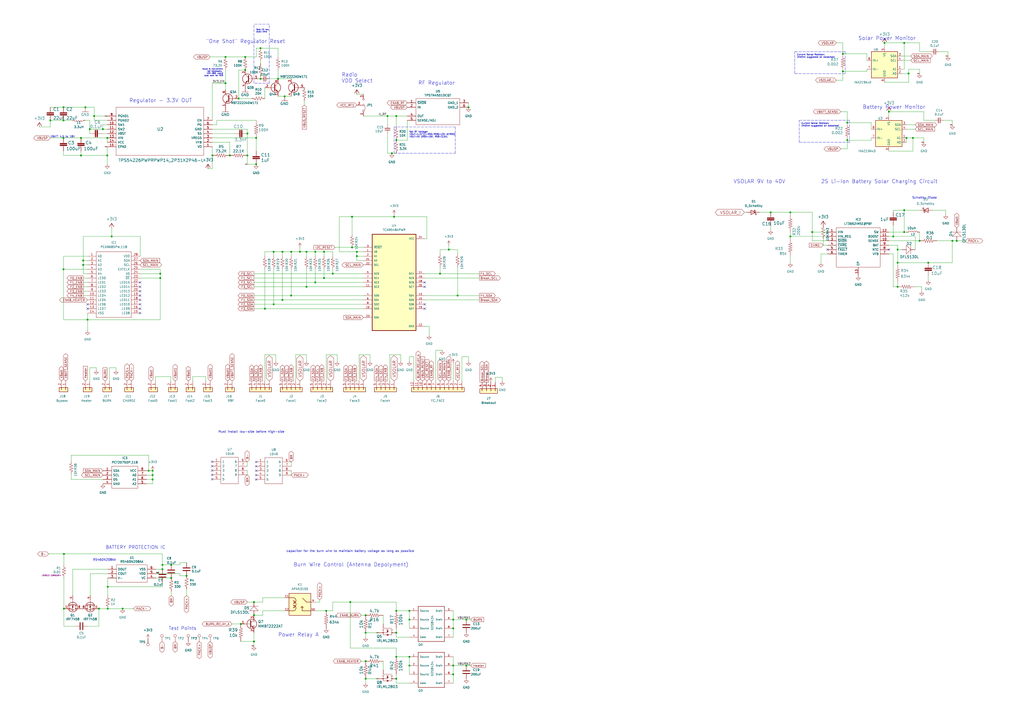
<source format=kicad_sch>
(kicad_sch (version 20231120) (generator "eeschema") (generator_version "8.0")
  (paper "A2")
  (junction (at 52.07 74.93))
  (junction (at 538.48 152.4))
  (junction (at 237.49 381))
  (junction (at 204.216 125.73))
  (junction (at 46.99 90.17))
  (junction (at 147.32 372.11))
  (junction (at 204.216 143.51))
  (junction (at 193.04 158.75))
  (junction (at 62.23 90.17))
  (junction (at 62.23 80.01))
  (junction (at 552.45 139.7))
  (junction (at 54.61 67.31))
  (junction (at 525.78 80.01))
  (junction (at 187.96 146.05))
  (junction (at 48.26 151.13))
  (junction (at 207.01 146.05))
  (junction (at 488.95 41.402))
  (junction (at 524.51 24.892))
  (junction (at 147.32 349.25))
  (junction (at 177.8 146.05))
  (junction (at 237.49 359.41))
  (junction (at 151.13 27.94))
  (junction (at 187.96 161.29))
  (junction (at 207.01 148.59))
  (junction (at 48.26 153.67))
  (junction (at 161.29 45.72))
  (junction (at 99.314 335.28))
  (junction (at 203.2 349.25))
  (junction (at 94.234 327.66))
  (junction (at 471.17 134.62))
  (junction (at 29.21 69.85))
  (junction (at 94.234 330.2))
  (junction (at 529.59 80.01))
  (junction (at 62.484 340.36))
  (junction (at 458.47 137.16))
  (junction (at 62.484 353.06))
  (junction (at 182.88 163.83))
  (junction (at 229.87 367.03))
  (junction (at 270.51 359.41))
  (junction (at 515.62 64.77))
  (junction (at 237.49 354.33))
  (junction (at 86.233 273.05))
  (junction (at 491.49 71.12))
  (junction (at 92.964 161.29))
  (junction (at 142.24 33.02))
  (junction (at 88.519 275.59))
  (junction (at 37.084 321.31))
  (junction (at 447.04 123.19))
  (junction (at 224.79 67.31))
  (junction (at 168.91 146.05))
  (junction (at 151.13 45.72))
  (junction (at 165.1 55.88))
  (junction (at 229.87 354.33))
  (junction (at 46.99 80.01))
  (junction (at 520.7 152.4))
  (junction (at 143.51 90.17))
  (junction (at 36.83 156.21))
  (junction (at 518.16 137.16))
  (junction (at 133.35 90.17))
  (junction (at 158.75 176.53))
  (junction (at 92.964 158.75))
  (junction (at 36.83 69.85))
  (junction (at 227.33 88.9))
  (junction (at 130.81 33.02))
  (junction (at 64.77 137.16))
  (junction (at 520.7 144.78))
  (junction (at 255.27 158.75))
  (junction (at 262.89 386.08))
  (junction (at 147.32 356.87))
  (junction (at 229.87 81.28))
  (junction (at 123.19 90.17))
  (junction (at 57.404 353.06))
  (junction (at 270.51 386.08))
  (junction (at 88.519 273.05))
  (junction (at 262.89 364.49))
  (junction (at 50.8 185.42))
  (junction (at 148.59 95.25))
  (junction (at 262.89 359.41))
  (junction (at 177.8 166.37))
  (junction (at 212.09 393.7))
  (junction (at 265.43 171.45))
  (junction (at 142.24 40.64))
  (junction (at 139.7 361.95))
  (junction (at 163.83 173.99))
  (junction (at 163.83 146.05))
  (junction (at 260.35 144.78))
  (junction (at 527.05 42.672))
  (junction (at 130.81 48.26))
  (junction (at 212.09 383.54))
  (junction (at 271.78 62.23))
  (junction (at 59.69 74.93))
  (junction (at 229.87 381))
  (junction (at 533.4 139.7))
  (junction (at 108.204 334.01))
  (junction (at 168.91 171.45))
  (junction (at 554.99 139.7))
  (junction (at 513.08 24.892))
  (junction (at 49.53 62.23))
  (junction (at 36.83 62.23))
  (junction (at 520.7 166.37))
  (junction (at 148.59 80.01))
  (junction (at 36.83 80.01))
  (junction (at 458.47 123.19))
  (junction (at 71.12 353.06))
  (junction (at 229.87 393.7))
  (junction (at 524.51 121.92))
  (junction (at 212.09 367.03))
  (junction (at 228.6 125.73))
  (junction (at 491.49 81.28))
  (junction (at 158.75 146.05))
  (junction (at 182.88 146.05))
  (junction (at 262.89 391.16))
  (junction (at 524.51 134.62))
  (junction (at 212.09 356.87))
  (junction (at 88.519 278.13))
  (junction (at 99.314 327.66))
  (junction (at 153.67 179.07))
  (junction (at 229.87 67.31))
  (junction (at 173.99 146.05))
  (junction (at 138.43 57.15))
  (junction (at 488.95 31.242))
  (junction (at 237.49 386.08))
  (junction (at 37.084 353.06))
  (junction (at 143.51 77.47))
  (junction (at 189.23 354.33))
  (no_connect (at 480.06 144.78))
  (no_connect (at 515.62 144.78))
  (no_connect (at 246.38 163.83))
  (no_connect (at 246.38 166.37))
  (no_connect (at 246.38 176.53))
  (no_connect (at 246.38 179.07))
  (no_connect (at 123.063 270.383))
  (no_connect (at 148.59 278.13))
  (no_connect (at 148.59 275.59))
  (no_connect (at 148.59 273.05))
  (no_connect (at 123.063 278.003))
  (no_connect (at 148.59 270.51))
  (no_connect (at 123.063 267.843))
  (no_connect (at 123.063 272.923))
  (no_connect (at 123.063 275.463))
  (no_connect (at 148.59 267.97))
  (no_connect (at 81.28 176.53))
  (no_connect (at 81.28 179.07))
  (no_connect (at 81.28 163.83))
  (no_connect (at 81.28 166.37))
  (no_connect (at 81.28 168.91))
  (no_connect (at 81.28 171.45))
  (no_connect (at 81.28 173.99))
  (no_connect (at 50.8 179.07))
  (no_connect (at 50.8 176.53))
  (no_connect (at 81.28 181.61))
  (wire (pts (xy 270.51 359.41) (xy 273.05 359.41)))
  (wire (pts (xy 491.49 81.28) (xy 491.49 86.36)))
  (wire (pts (xy 143.51 349.25) (xy 147.32 349.25)))
  (wire (pts (xy 207.01 146.05) (xy 207.01 148.59)))
  (polyline (pts (xy 147.32 48.26) (xy 147.32 13.97)) (stroke (width 0) (type dash)))
  (wire (pts (xy 81.28 156.21) (xy 92.964 156.21)))
  (wire (pts (xy 525.78 80.01) (xy 529.59 80.01)))
  (wire (pts (xy 152.4 346.71) (xy 152.4 349.25)))
  (wire (pts (xy 160.02 209.55) (xy 160.02 205.74)))
  (wire (pts (xy 62.23 72.39) (xy 59.69 72.39)))
  (polyline (pts (xy 264.16 73.66) (xy 228.6 73.66)) (stroke (width 0) (type dash)))
  (wire (pts (xy 81.28 161.29) (xy 92.964 161.29)))
  (wire (pts (xy 147.32 173.99) (xy 163.83 173.99)))
  (wire (pts (xy 520.7 166.37) (xy 518.16 166.37)))
  (wire (pts (xy 130.81 40.64) (xy 130.81 48.26)))
  (wire (pts (xy 267.97 220.98) (xy 267.97 207.01)))
  (wire (pts (xy 22.86 73.66) (xy 29.21 73.66)))
  (wire (pts (xy 458.47 134.62) (xy 458.47 137.16)))
  (wire (pts (xy 533.4 42.672) (xy 533.4 40.132)))
  (wire (pts (xy 54.61 69.85) (xy 62.23 69.85)))
  (wire (pts (xy 530.86 137.16) (xy 518.16 137.16)))
  (wire (pts (xy 94.234 340.36) (xy 62.484 340.36)))
  (wire (pts (xy 529.59 87.63) (xy 529.59 80.01)))
  (wire (pts (xy 88.519 275.59) (xy 88.519 273.05)))
  (polyline (pts (xy 461.01 42.672) (xy 461.01 29.972)) (stroke (width 0) (type dash)))
  (wire (pts (xy 207.01 148.59) (xy 210.82 148.59)))
  (wire (pts (xy 207.01 146.05) (xy 210.82 146.05)))
  (wire (pts (xy 168.91 267.97) (xy 168.91 270.51)))
  (wire (pts (xy 513.08 24.892) (xy 524.51 24.892)))
  (wire (pts (xy 212.09 367.03) (xy 212.09 369.57)))
  (wire (pts (xy 518.16 147.32) (xy 515.62 147.32)))
  (wire (pts (xy 52.07 74.93) (xy 52.07 69.85)))
  (wire (pts (xy 262.89 364.49) (xy 262.89 359.41)))
  (polyline (pts (xy 490.22 42.672) (xy 461.01 42.672)) (stroke (width 0) (type dash)))
  (wire (pts (xy 505.46 81.28) (xy 505.46 80.01)))
  (wire (pts (xy 94.234 327.66) (xy 94.234 321.31)))
  (wire (pts (xy 41.275 264.033) (xy 86.233 264.033)))
  (wire (pts (xy 48.26 166.37) (xy 50.8 166.37)))
  (wire (pts (xy 189.23 205.74) (xy 195.58 205.74)))
  (wire (pts (xy 99.06 218.44) (xy 99.06 220.98)))
  (wire (pts (xy 50.8 153.67) (xy 48.26 153.67)))
  (wire (pts (xy 158.75 146.05) (xy 158.75 148.59)))
  (wire (pts (xy 212.09 393.7) (xy 212.09 396.24)))
  (wire (pts (xy 123.19 48.26) (xy 130.81 48.26)))
  (wire (pts (xy 491.49 71.12) (xy 491.49 64.77)))
  (wire (pts (xy 210.82 67.31) (xy 224.79 67.31)))
  (wire (pts (xy 147.32 349.25) (xy 152.4 349.25)))
  (wire (pts (xy 520.7 152.4) (xy 538.48 152.4)))
  (wire (pts (xy 549.91 29.972) (xy 544.83 29.972)))
  (wire (pts (xy 85.09 278.13) (xy 88.519 278.13)))
  (wire (pts (xy 43.434 363.22) (xy 37.084 363.22)))
  (wire (pts (xy 64.77 137.16) (xy 81.28 137.16)))
  (wire (pts (xy 99.314 327.66) (xy 104.394 327.66)))
  (wire (pts (xy 123.19 69.85) (xy 123.19 48.26)))
  (wire (pts (xy 204.216 143.51) (xy 210.82 143.51)))
  (wire (pts (xy 158.75 146.05) (xy 163.83 146.05)))
  (wire (pts (xy 193.04 148.59) (xy 193.04 146.05)))
  (wire (pts (xy 182.88 163.83) (xy 210.82 163.83)))
  (wire (pts (xy 219.71 367.03) (xy 212.09 367.03)))
  (wire (pts (xy 51.054 363.22) (xy 57.404 363.22)))
  (wire (pts (xy 147.32 171.45) (xy 168.91 171.45)))
  (wire (pts (xy 520.7 144.78) (xy 520.7 152.4)))
  (wire (pts (xy 193.04 156.21) (xy 193.04 158.75)))
  (wire (pts (xy 527.05 42.672) (xy 527.05 40.132)))
  (wire (pts (xy 265.43 171.45) (xy 278.13 171.45)))
  (wire (pts (xy 252.73 203.2) (xy 256.54 203.2)))
  (wire (pts (xy 104.394 327.66) (xy 104.394 326.39)))
  (wire (pts (xy 549.91 32.512) (xy 549.91 29.972)))
  (wire (pts (xy 488.95 31.242) (xy 502.92 31.242)))
  (wire (pts (xy 255.27 144.78) (xy 260.35 144.78)))
  (wire (pts (xy 48.26 137.16) (xy 48.26 151.13)))
  (wire (pts (xy 523.24 40.132) (xy 524.51 40.132)))
  (wire (pts (xy 530.86 144.78) (xy 530.86 137.16)))
  (wire (pts (xy 458.47 123.19) (xy 458.47 124.46)))
  (wire (pts (xy 138.43 40.64) (xy 142.24 40.64)))
  (wire (pts (xy 187.96 156.21) (xy 187.96 161.29)))
  (wire (pts (xy 85.09 275.59) (xy 88.519 275.59)))
  (wire (pts (xy 52.07 77.47) (xy 52.07 74.93)))
  (wire (pts (xy 161.29 27.94) (xy 161.29 33.02)))
  (wire (pts (xy 538.48 160.02) (xy 538.48 162.56)))
  (wire (pts (xy 81.28 148.59) (xy 81.28 137.16)))
  (wire (pts (xy 125.73 72.39) (xy 123.19 72.39)))
  (wire (pts (xy 48.26 171.45) (xy 50.8 171.45)))
  (wire (pts (xy 491.49 71.12) (xy 505.46 71.12)))
  (wire (pts (xy 50.8 185.42) (xy 50.8 181.61)))
  (polyline (pts (xy 490.22 29.972) (xy 490.22 42.672)) (stroke (width 0) (type dash)))
  (wire (pts (xy 203.2 349.25) (xy 229.87 349.25)))
  (wire (pts (xy 207.01 151.13) (xy 210.82 151.13)))
  (wire (pts (xy 485.14 46.482) (xy 488.95 46.482)))
  (wire (pts (xy 212.09 383.54) (xy 209.55 383.54)))
  (wire (pts (xy 62.23 90.17) (xy 62.23 95.25)))
  (wire (pts (xy 487.68 64.77) (xy 491.49 64.77)))
  (wire (pts (xy 62.484 340.36) (xy 62.484 335.28)))
  (wire (pts (xy 237.49 207.01) (xy 240.03 207.01)))
  (wire (pts (xy 477.52 138.43) (xy 477.52 142.24)))
  (wire (pts (xy 524.51 134.62) (xy 525.78 134.62)))
  (wire (pts (xy 63.5 220.98) (xy 63.5 213.36)))
  (wire (pts (xy 163.83 146.05) (xy 168.91 146.05)))
  (wire (pts (xy 535.94 69.85) (xy 535.94 64.77)))
  (polyline (pts (xy 156.21 48.26) (xy 156.21 13.97)) (stroke (width 0) (type dash)))
  (wire (pts (xy 171.45 205.74) (xy 171.45 220.98)))
  (wire (pts (xy 237.49 209.55) (xy 237.49 207.01)))
  (polyline (pts (xy 463.55 69.85) (xy 492.76 69.85)) (stroke (width 0) (type dash)))
  (wire (pts (xy 168.91 171.45) (xy 210.82 171.45)))
  (wire (pts (xy 177.8 146.05) (xy 182.88 146.05)))
  (wire (pts (xy 246.38 158.75) (xy 255.27 158.75)))
  (wire (pts (xy 108.204 345.44) (xy 108.204 341.63)))
  (wire (pts (xy 37.084 321.31) (xy 28.194 321.31)))
  (wire (pts (xy 121.92 33.02) (xy 130.81 33.02)))
  (wire (pts (xy 104.394 332.74) (xy 104.394 334.01)))
  (wire (pts (xy 52.324 332.74) (xy 52.324 345.44)))
  (wire (pts (xy 189.23 354.33) (xy 193.04 354.33)))
  (wire (pts (xy 246.38 171.45) (xy 265.43 171.45)))
  (wire (pts (xy 90.424 335.28) (xy 99.314 335.28)))
  (wire (pts (xy 46.99 80.01) (xy 62.23 80.01)))
  (wire (pts (xy 147.32 374.65) (xy 147.32 372.11)))
  (wire (pts (xy 111.76 220.98) (xy 111.76 218.44)))
  (wire (pts (xy 224.79 88.9) (xy 227.33 88.9)))
  (wire (pts (xy 29.21 73.66) (xy 29.21 69.85)))
  (wire (pts (xy 520.7 152.4) (xy 520.7 153.67)))
  (wire (pts (xy 46.99 90.17) (xy 62.23 90.17)))
  (wire (pts (xy 267.97 207.01) (xy 271.78 207.01)))
  (wire (pts (xy 88.519 275.59) (xy 88.519 278.13)))
  (wire (pts (xy 237.49 354.33) (xy 229.87 354.33)))
  (wire (pts (xy 119.38 218.44) (xy 119.38 220.98)))
  (wire (pts (xy 530.86 166.37) (xy 534.67 166.37)))
  (wire (pts (xy 535.94 82.55) (xy 535.94 80.01)))
  (wire (pts (xy 187.96 161.29) (xy 210.82 161.29)))
  (wire (pts (xy 86.233 273.05) (xy 85.09 273.05)))
  (wire (pts (xy 520.7 144.78) (xy 523.24 144.78)))
  (wire (pts (xy 224.79 77.47) (xy 224.79 88.9)))
  (wire (pts (xy 262.89 369.57) (xy 262.89 364.49)))
  (wire (pts (xy 54.61 62.23) (xy 54.61 67.31)))
  (wire (pts (xy 458.47 137.16) (xy 480.06 137.16)))
  (wire (pts (xy 63.5 213.36) (xy 67.31 213.36)))
  (wire (pts (xy 262.89 396.24) (xy 262.89 391.16)))
  (wire (pts (xy 262.89 391.16) (xy 262.89 386.08)))
  (wire (pts (xy 104.394 326.39) (xy 108.204 326.39)))
  (wire (pts (xy 227.33 88.9) (xy 229.87 88.9)))
  (wire (pts (xy 458.47 148.59) (xy 458.47 152.4)))
  (wire (pts (xy 515.62 134.62) (xy 524.51 134.62)))
  (wire (pts (xy 161.29 40.64) (xy 161.29 45.72)))
  (wire (pts (xy 52.07 220.98) (xy 52.07 213.36)))
  (wire (pts (xy 262.89 210.82) (xy 262.89 220.98)))
  (wire (pts (xy 163.83 146.05) (xy 163.83 148.59)))
  (wire (pts (xy 458.47 123.19) (xy 471.17 123.19)))
  (wire (pts (xy 237.49 396.24) (xy 229.87 396.24)))
  (wire (pts (xy 515.62 87.63) (xy 529.59 87.63)))
  (wire (pts (xy 123.19 80.01) (xy 148.59 80.01)))
  (wire (pts (xy 224.79 72.39) (xy 224.79 67.31)))
  (wire (pts (xy 523.24 42.672) (xy 527.05 42.672)))
  (wire (pts (xy 525.78 74.93) (xy 530.86 74.93)))
  (wire (pts (xy 94.234 327.66) (xy 94.234 330.2)))
  (wire (pts (xy 182.88 349.25) (xy 185.42 349.25)))
  (wire (pts (xy 49.53 69.85) (xy 52.07 69.85)))
  (wire (pts (xy 168.91 273.05) (xy 168.91 275.59)))
  (wire (pts (xy 147.32 176.53) (xy 158.75 176.53)))
  (wire (pts (xy 529.59 80.01) (xy 535.94 80.01)))
  (wire (pts (xy 52.324 332.74) (xy 62.484 332.74)))
  (wire (pts (xy 94.234 321.31) (xy 37.084 321.31)))
  (wire (pts (xy 152.4 356.87) (xy 152.4 354.33)))
  (wire (pts (xy 168.91 45.72) (xy 161.29 45.72)))
  (wire (pts (xy 36.83 80.01) (xy 29.21 80.01)))
  (polyline (pts (xy 156.21 13.97) (xy 147.32 13.97)) (stroke (width 0) (type dash)))
  (wire (pts (xy 195.58 205.74) (xy 195.58 209.55)))
  (wire (pts (xy 229.87 73.66) (xy 229.87 67.31)))
  (wire (pts (xy 59.69 278.13) (xy 41.275 278.13)))
  (wire (pts (xy 123.19 82.55) (xy 133.35 82.55)))
  (wire (pts (xy 193.04 354.33) (xy 193.04 349.25)))
  (wire (pts (xy 204.216 125.73) (xy 204.216 135.89)))
  (wire (pts (xy 37.084 321.31) (xy 37.084 327.66)))
  (wire (pts (xy 153.67 57.15) (xy 153.67 50.8)))
  (wire (pts (xy 229.87 396.24) (xy 229.87 393.7)))
  (wire (pts (xy 143.51 74.93) (xy 143.51 77.47)))
  (wire (pts (xy 502.92 41.402) (xy 502.92 40.132)))
  (wire (pts (xy 488.95 41.402) (xy 502.92 41.402)))
  (wire (pts (xy 151.13 35.56) (xy 151.13 36.83)))
  (wire (pts (xy 62.484 353.06) (xy 71.12 353.06)))
  (wire (pts (xy 177.8 148.59) (xy 177.8 146.05)))
  (wire (pts (xy 212.09 356.87) (xy 209.55 356.87)))
  (wire (pts (xy 29.21 69.85) (xy 36.83 69.85)))
  (polyline (pts (xy 228.6 88.9) (xy 264.16 88.9)) (stroke (width 0) (type dash)))
  (wire (pts (xy 513.08 47.752) (xy 527.05 47.752)))
  (wire (pts (xy 149.86 45.72) (xy 151.13 45.72)))
  (wire (pts (xy 552.45 72.39) (xy 552.45 69.85)))
  (wire (pts (xy 48.26 163.83) (xy 50.8 163.83)))
  (polyline (pts (xy 492.76 69.85) (xy 492.76 82.55)) (stroke (width 0) (type dash)))
  (wire (pts (xy 163.83 173.99) (xy 210.82 173.99)))
  (wire (pts (xy 237.49 364.49) (xy 237.49 359.41)))
  (wire (pts (xy 148.59 27.94) (xy 151.13 27.94)))
  (wire (pts (xy 535.94 69.85) (xy 542.29 69.85)))
  (wire (pts (xy 471.17 123.19) (xy 471.17 134.62)))
  (wire (pts (xy 182.88 354.33) (xy 189.23 354.33)))
  (wire (pts (xy 111.76 218.44) (xy 119.38 218.44)))
  (wire (pts (xy 548.64 121.92) (xy 548.64 124.46)))
  (wire (pts (xy 476.25 147.32) (xy 476.25 152.4)))
  (wire (pts (xy 90.424 330.2) (xy 94.234 330.2)))
  (wire (pts (xy 518.16 137.16) (xy 515.62 137.16)))
  (wire (pts (xy 523.24 35.052) (xy 528.32 35.052)))
  (wire (pts (xy 139.7 372.11) (xy 147.32 372.11)))
  (wire (pts (xy 177.8 156.21) (xy 177.8 166.37)))
  (wire (pts (xy 143.383 272.923) (xy 143.383 275.463)))
  (wire (pts (xy 123.19 85.09) (xy 123.19 90.17)))
  (wire (pts (xy 173.99 146.05) (xy 173.99 143.51)))
  (wire (pts (xy 123.19 97.79) (xy 120.65 97.79)))
  (wire (pts (xy 287.274 218.948) (xy 291.338 218.948)))
  (wire (pts (xy 54.61 67.31) (xy 54.61 69.85)))
  (wire (pts (xy 226.06 205.74) (xy 232.41 205.74)))
  (wire (pts (xy 48.26 161.29) (xy 50.8 161.29)))
  (wire (pts (xy 158.75 176.53) (xy 210.82 176.53)))
  (wire (pts (xy 90.17 218.44) (xy 99.06 218.44)))
  (wire (pts (xy 147.32 161.29) (xy 187.96 161.29)))
  (wire (pts (xy 156.21 45.72) (xy 161.29 45.72)))
  (wire (pts (xy 520.7 163.83) (xy 520.7 166.37)))
  (wire (pts (xy 177.8 205.74) (xy 171.45 205.74)))
  (wire (pts (xy 287.274 221.742) (xy 287.274 218.948)))
  (wire (pts (xy 246.38 161.29) (xy 278.13 161.29)))
  (wire (pts (xy 59.69 74.93) (xy 52.07 74.93)))
  (wire (pts (xy 229.87 391.16) (xy 229.87 393.7)))
  (polyline (pts (xy 463.55 82.55) (xy 463.55 69.85)) (stroke (width 0) (type dash)))
  (wire (pts (xy 262.89 359.41) (xy 270.51 359.41)))
  (wire (pts (xy 262.89 359.41) (xy 262.89 354.33)))
  (wire (pts (xy 99.314 345.44) (xy 99.314 342.9)))
  (wire (pts (xy 240.03 220.98) (xy 240.03 207.01)))
  (wire (pts (xy 513.08 24.892) (xy 513.08 27.432)))
  (wire (pts (xy 515.62 64.77) (xy 535.94 64.77)))
  (wire (pts (xy 229.87 67.31) (xy 236.22 67.31)))
  (wire (pts (xy 143.51 95.25) (xy 148.59 95.25)))
  (wire (pts (xy 148.59 33.02) (xy 142.24 33.02)))
  (wire (pts (xy 515.62 142.24) (xy 520.7 142.24)))
  (wire (pts (xy 165.1 346.71) (xy 152.4 346.71)))
  (wire (pts (xy 57.404 363.22) (xy 57.404 353.06)))
  (wire (pts (xy 291.338 218.948) (xy 291.338 221.107)))
  (wire (pts (xy 214.63 205.74) (xy 208.28 205.74)))
  (wire (pts (xy 168.91 55.88) (xy 165.1 55.88)))
  (wire (pts (xy 71.12 353.06) (xy 77.47 353.06)))
  (wire (pts (xy 523.24 32.512) (xy 528.32 32.512)))
  (wire (pts (xy 228.6 125.73) (xy 204.216 125.73)))
  (wire (pts (xy 515.62 64.77) (xy 515.62 67.31)))
  (wire (pts (xy 552.45 139.7) (xy 554.99 139.7)))
  (wire (pts (xy 255.27 158.75) (xy 278.13 158.75)))
  (wire (pts (xy 49.53 62.23) (xy 54.61 62.23)))
  (wire (pts (xy 36.83 90.17) (xy 46.99 90.17)))
  (wire (pts (xy 262.89 386.08) (xy 262.89 381)))
  (wire (pts (xy 265.43 144.78) (xy 265.43 147.32)))
  (polyline (pts (xy 228.6 73.66) (xy 228.6 88.9)) (stroke (width 0) (type dash)))
  (polyline (pts (xy 264.16 88.9) (xy 264.16 73.66)) (stroke (width 0) (type dash)))
  (wire (pts (xy 527.05 40.132) (xy 533.4 40.132)))
  (wire (pts (xy 138.43 57.15) (xy 138.43 40.64)))
  (wire (pts (xy 62.23 82.55) (xy 62.23 80.01)))
  (wire (pts (xy 524.51 24.892) (xy 533.4 24.892)))
  (wire (pts (xy 222.25 361.95) (xy 222.25 356.87)))
  (wire (pts (xy 152.4 354.33) (xy 165.1 354.33)))
  (wire (pts (xy 204.216 125.73) (xy 196.85 125.73)))
  (wire (pts (xy 533.4 134.62) (xy 533.4 139.7)))
  (wire (pts (xy 480.06 147.32) (xy 476.25 147.32)))
  (wire (pts (xy 48.26 137.16) (xy 64.77 137.16)))
  (wire (pts (xy 90.17 220.98) (xy 90.17 218.44)))
  (wire (pts (xy 554.99 139.7) (xy 560.07 139.7)))
  (wire (pts (xy 42.164 330.2) (xy 62.484 330.2)))
  (wire (pts (xy 262.89 386.08) (xy 270.51 386.08)))
  (wire (pts (xy 36.83 90.17) (xy 36.83 87.63)))
  (wire (pts (xy 151.13 44.45) (xy 151.13 45.72)))
  (wire (pts (xy 538.48 152.4) (xy 552.45 152.4)))
  (wire (pts (xy 177.8 166.37) (xy 210.82 166.37)))
  (wire (pts (xy 36.83 69.85) (xy 41.91 69.85)))
  (wire (pts (xy 92.964 158.75) (xy 92.964 161.29)))
  (wire (pts (xy 88.519 273.05) (xy 86.233 273.05)))
  (wire (pts (xy 187.96 148.59) (xy 187.96 146.05)))
  (wire (pts (xy 525.78 72.39) (xy 530.86 72.39)))
  (wire (pts (xy 88.519 278.13) (xy 88.519 280.67)))
  (wire (pts (xy 36.83 148.59) (xy 36.83 156.21)))
  (wire (pts (xy 168.91 146.05) (xy 173.99 146.05)))
  (wire (pts (xy 471.17 139.7) (xy 480.06 139.7)))
  (wire (pts (xy 222.25 388.62) (xy 222.25 383.54)))
  (wire (pts (xy 525.78 80.01) (xy 525.78 82.55)))
  (wire (pts (xy 518.16 130.81) (xy 518.16 137.16)))
  (wire (pts (xy 246.38 173.99) (xy 278.13 173.99)))
  (wire (pts (xy 123.19 74.93) (xy 143.51 74.93)))
  (wire (pts (xy 187.96 146.05) (xy 182.88 146.05)))
  (wire (pts (xy 182.88 156.21) (xy 182.88 163.83)))
  (wire (pts (xy 147.32 179.07) (xy 153.67 179.07)))
  (wire (pts (xy 148.59 80.01) (xy 148.59 87.63)))
  (wire (pts (xy 433.07 123.19) (xy 431.8 123.19)))
  (wire (pts (xy 485.14 24.892) (xy 488.95 24.892)))
  (wire (pts (xy 153.67 205.74) (xy 153.67 220.98)))
  (wire (pts (xy 505.46 71.12) (xy 505.46 74.93)))
  (wire (pts (xy 177.8 146.05) (xy 173.99 146.05)))
  (wire (pts (xy 146.05 57.15) (xy 138.43 57.15)))
  (wire (pts (xy 148.59 69.85) (xy 125.73 69.85)))
  (wire (pts (xy 185.42 349.25) (xy 185.42 347.98)))
  (wire (pts (xy 265.43 154.94) (xy 265.43 171.45)))
  (wire (pts (xy 247.65 125.73) (xy 247.65 138.43)))
  (wire (pts (xy 67.31 213.36) (xy 67.31 214.63)))
  (wire (pts (xy 130.81 33.02) (xy 142.24 33.02)))
  (wire (pts (xy 134.62 361.95) (xy 139.7 361.95)))
  (wire (pts (xy 552.45 139.7) (xy 543.56 139.7)))
  (wire (pts (xy 153.67 156.21) (xy 153.67 179.07)))
  (wire (pts (xy 62.23 77.47) (xy 59.69 77.47)))
  (wire (pts (xy 147.32 166.37) (xy 177.8 166.37)))
  (wire (pts (xy 50.8 185.42) (xy 92.964 185.42)))
  (wire (pts (xy 271.78 207.01) (xy 271.78 209.55)))
  (wire (pts (xy 203.2 375.92) (xy 203.2 349.25)))
  (wire (pts (xy 42.164 345.44) (xy 42.164 330.2)))
  (wire (pts (xy 533.4 29.972) (xy 539.75 29.972)))
  (wire (pts (xy 176.53 60.96) (xy 176.53 58.42)))
  (wire (pts (xy 50.8 151.13) (xy 48.26 151.13)))
  (wire (pts (xy 226.06 220.98) (xy 226.06 205.74)))
  (wire (pts (xy 36.83 185.42) (xy 50.8 185.42)))
  (wire (pts (xy 41.275 275.082) (xy 41.275 278.13)))
  (wire (pts (xy 48.26 168.91) (xy 50.8 168.91)))
  (wire (pts (xy 229.87 81.28) (xy 236.22 81.28)))
  (wire (pts (xy 518.16 166.37) (xy 518.16 147.32)))
  (wire (pts (xy 447.04 130.81) (xy 447.04 133.35)))
  (wire (pts (xy 163.83 156.21) (xy 163.83 173.99)))
  (wire (pts (xy 447.04 123.19) (xy 458.47 123.19)))
  (polyline (pts (xy 492.76 82.55) (xy 463.55 82.55)) (stroke (width 0) (type dash)))
  (wire (pts (xy 229.87 369.57) (xy 229.87 367.03)))
  (wire (pts (xy 94.234 327.66) (xy 99.314 327.66)))
  (wire (pts (xy 488.95 41.402) (xy 488.95 46.482)))
  (wire (pts (xy 524.51 121.92) (xy 518.16 121.92)))
  (wire (pts (xy 36.83 148.59) (xy 50.8 148.59)))
  (wire (pts (xy 153.67 148.59) (xy 153.67 146.05)))
  (wire (pts (xy 41.275 267.462) (xy 41.275 264.033)))
  (wire (pts (xy 271.78 62.23) (xy 271.78 59.69)))
  (wire (pts (xy 518.16 121.92) (xy 518.16 123.19)))
  (wire (pts (xy 502.92 31.242) (xy 502.92 35.052)))
  (wire (pts (xy 37.084 353.06) (xy 37.084 335.28)))
  (wire (pts (xy 59.69 74.93) (xy 59.69 72.39)))
  (wire (pts (xy 260.35 142.24) (xy 260.35 144.78)))
  (wire (pts (xy 104.394 334.01) (xy 108.204 334.01)))
  (wire (pts (xy 196.85 146.05) (xy 207.01 146.05)))
  (wire (pts (xy 527.05 47.752) (xy 527.05 42.672)))
  (wire (pts (xy 143.51 77.47) (xy 143.51 90.17)))
  (wire (pts (xy 48.26 158.75) (xy 48.26 153.67)))
  (wire (pts (xy 248.92 189.23) (xy 248.92 194.31)))
  (wire (pts (xy 94.234 337.82) (xy 94.234 340.36)))
  (wire (pts (xy 37.084 363.22) (xy 37.084 353.06)))
  (wire (pts (xy 237.49 391.16) (xy 237.49 386.08)))
  (wire (pts (xy 237.49 369.57) (xy 229.87 369.57)))
  (wire (pts (xy 487.68 86.36) (xy 491.49 86.36)))
  (wire (pts (xy 229.87 349.25) (xy 229.87 354.33)))
  (wire (pts (xy 29.21 62.23) (xy 36.83 62.23)))
  (wire (pts (xy 168.91 146.05) (xy 168.91 148.59)))
  (wire (pts (xy 123.19 90.17) (xy 123.19 97.79)))
  (wire (pts (xy 50.8 158.75) (xy 48.26 158.75)))
  (wire (pts (xy 214.63 209.55) (xy 214.63 205.74)))
  (wire (pts (xy 86.233 264.033) (xy 86.233 273.05)))
  (wire (pts (xy 92.964 156.21) (xy 92.964 158.75)))
  (wire (pts (xy 92.964 161.29) (xy 92.964 185.42)))
  (wire (pts (xy 36.83 156.21) (xy 36.83 185.42)))
  (wire (pts (xy 160.02 205.74) (xy 153.67 205.74)))
  (polyline (pts (xy 156.21 48.26) (xy 147.32 48.26)) (stroke (width 0) (type dash)))
  (wire (pts (xy 36.83 80.01) (xy 46.99 80.01)))
  (wire (pts (xy 147.32 163.83) (xy 182.88 163.83)))
  (wire (pts (xy 533.4 29.972) (xy 533.4 24.892)))
  (wire (pts (xy 158.75 156.21) (xy 158.75 176.53)))
  (wire (pts (xy 62.23 67.31) (xy 54.61 67.31)))
  (wire (pts (xy 85.09 280.67) (xy 88.519 280.67)))
  (wire (pts (xy 168.91 156.21) (xy 168.91 171.45)))
  (wire (pts (xy 36.83 156.21) (xy 50.8 156.21)))
  (wire (pts (xy 515.62 139.7) (xy 533.4 139.7)))
  (wire (pts (xy 62.23 74.93) (xy 59.69 74.93)))
  (wire (pts (xy 471.17 134.62) (xy 480.06 134.62)))
  (wire (pts (xy 147.32 372.11) (xy 147.32 367.03)))
  (wire (pts (xy 193.04 349.25) (xy 203.2 349.25)))
  (wire (pts (xy 229.87 375.92) (xy 203.2 375.92)))
  (wire (pts (xy 270.51 386.08) (xy 273.05 386.08)))
  (wire (pts (xy 189.23 220.98) (xy 189.23 205.74)))
  (polyline (pts (xy 461.01 29.972) (xy 490.22 29.972)) (stroke (width 0) (type dash)))
  (wire (pts (xy 524.51 134.62) (xy 524.51 121.92)))
  (wire (pts (xy 229.87 364.49) (xy 229.87 367.03)))
  (wire (pts (xy 151.13 27.94) (xy 161.29 27.94)))
  (wire (pts (xy 228.6 124.46) (xy 228.6 125.73)))
  (wire (pts (xy 48.26 153.67) (xy 48.26 151.13)))
  (wire (pts (xy 260.35 144.78) (xy 265.43 144.78)))
  (wire (pts (xy 182.88 148.59) (xy 182.88 146.05)))
  (wire (pts (xy 480.06 142.24) (xy 477.52 142.24)))
  (wire (pts (xy 125.73 69.85) (xy 125.73 72.39)))
  (wire (pts (xy 488.95 31.242) (xy 488.95 24.892)))
  (wire (pts (xy 55.88 213.36) (xy 55.88 214.63)))
  (wire (pts (xy 64.77 132.08) (xy 64.77 137.16)))
  (wire (pts (xy 552.45 69.85) (xy 547.37 69.85)))
  (wire (pts (xy 219.71 393.7) (xy 212.09 393.7)))
  (wire (pts (xy 440.69 123.19) (xy 447.04 123.19)))
  (wire (pts (xy 229.87 375.92) (xy 229.87 381)))
  (wire (pts (xy 491.49 81.28) (xy 505.46 81.28)))
  (wire (pts (xy 62.484 345.44) (xy 62.484 340.36)))
  (wire (pts (xy 36.83 62.23) (xy 49.53 62.23)))
  (wire (pts (xy 177.8 209.55) (xy 177.8 205.74)))
  (wire (pts (xy 193.04 158.75) (xy 210.82 158.75)))
  (wire (pts (xy 148.59 27.94) (xy 148.59 33.02)))
  (wire (pts (xy 194.31 143.51) (xy 204.216 143.51)))
  (wire (pts (xy 81.28 158.75) (xy 92.964 158.75)))
  (wire (pts (xy 207.01 148.59) (xy 207.01 151.13)))
  (wire (pts (xy 153.67 179.07) (xy 210.82 179.07)))
  (wire (pts (xy 255.27 154.94) (xy 255.27 158.75)))
  (wire (pts (xy 90.424 332.74) (xy 104.394 332.74)))
  (wire (pts (xy 147.32 356.87) (xy 152.4 356.87)))
  (wire (pts (xy 147.32 158.75) (xy 193.04 158.75)))
  (wire (pts (xy 236.22 81.28) (xy 236.22 69.85)))
  (wire (pts (xy 541.02 121.92) (xy 548.64 121.92)))
  (wire (pts (xy 520.7 142.24) (xy 520.7 144.78)))
  (wire (pts (xy 207.01 54.61) (xy 210.82 54.61)))
  (wire (pts (xy 153.67 146.05) (xy 158.75 146.05)))
  (wire (pts (xy 524.51 121.92) (xy 533.4 121.92)))
  (wire (pts (xy 524.51 40.132) (xy 524.51 24.892)))
  (wire (pts (xy 224.79 67.31) (xy 229.87 67.31)))
  (wire (pts (xy 50.8 185.42) (xy 50.8 191.77)))
  (wire (pts (xy 471.17 134.62) (xy 471.17 139.7)))
  (wire (pts (xy 143.51 95.25) (xy 143.51 90.17)))
  (wire (pts (xy 196.85 125.73) (xy 196.85 146.05)))
  (wire (pts (xy 255.27 144.78) (xy 255.27 147.32)))
  (wire (pts (xy 165.1 55.88) (xy 161.29 55.88)))
  (wire (pts (xy 247.65 125.73) (xy 228.6 125.73)))
  (wire (pts (xy 237.49 386.08) (xy 237.49 381)))
  (wire (pts (xy 237.49 381) (xy 229.87 381)))
  (wire (pts (xy 246.38 189.23) (xy 248.92 189.23)))
  (wire (pts (xy 133.35 82.55) (xy 133.35 90.17)))
  (wire (pts (xy 237.49 359.41) (xy 237.49 354.33)))
  (wire (pts (xy 57.404 353.06) (xy 62.484 353.06)))
  (wire (pts (xy 458.47 137.16) (xy 458.47 138.43)))
  (wire (pts (xy 246.38 138.43) (xy 247.65 138.43)))
  (wire (pts (xy 130.81 48.26) (xy 130.81 52.07)))
  (wire (pts (xy 143.383 267.843) (xy 143.383 270.383)))
  (wire (pts (xy 193.04 146.05) (xy 187.96 146.05)))
  (wire (pts (xy 252.73 220.98) (xy 252.73 203.2)))
  (wire (pts (xy 552.45 152.4) (xy 552.45 139.7)))
  (wire (pts (xy 534.67 166.37) (xy 534.67 168.91)))
  (wire (pts (xy 208.28 205.74) (xy 208.28 220.98)))
  (wire (pts (xy 62.23 85.09) (xy 62.23 90.17)))
  (wire (pts (xy 46.99 90.17) (xy 46.99 87.63)))
  (wire (pts (xy 232.41 205.74) (xy 232.41 209.55)))
  (wire (pts (xy 123.19 77.47) (xy 135.89 77.47)))
  (wire (pts (xy 52.07 213.36) (xy 55.88 213.36)))
  (text "Must install low-side before high-side" (at 126.619 251.333 0) (effects (font (size 1.27 1.27)) (justify left bottom)))
  (text "Test Points" (at 97.79 365.76 0) (effects (font (size 1.905 1.905)) (justify left bottom)))
  (text "Current Sense Resistor:\n2mOhm suggested on datasheet\n" (at 462.28 33.782 0) (effects (font (size 0.889 0.889)) (justify left bottom)))
  (text "\"One Shot\" Regulator Reset" (at 119.38 25.4 0) (effects (font (size 2.159 2.159)) (justify left bottom)))
  (text "VSOLAR 9V to 40V" (at 425.45 106.68 0) (effects (font (size 2.159 2.159)) (justify left bottom)))
  (text "Current Sense Resistor:\n2mOhm suggested on datasheet\n" (at 464.82 73.66 0) (effects (font (size 0.889 0.889)) (justify left bottom)))
  (text "Regulator - 3.3V OUT" (at 74.93 59.69 0) (effects (font (size 2.159 2.159)) (justify left bottom)))
  (text "Battery Power Monitor" (at 500.38 63.5 0) (effects (font (size 2.159 2.159)) (justify left bottom)))
  (text "Solar Power Monitor" (at 497.84 23.622 0) (effects (font (size 2.159 2.159)) (justify left bottom)))
  (text "Sets EN low\ndwell time" (at 148.59 19.05 0) (effects (font (size 0.7874 0.7874)) (justify left bottom)))
  (text "BATTERY PROTECTION IC" (at 61.214 318.77 0) (effects (font (size 1.905 1.905)) (justify left bottom)))
  (text "2S Li-Ion Battery Solar Charging Circuit" (at 476.25 106.68 0) (effects (font (size 2.159 2.159)) (justify left bottom)))
  (text "R5460N208AA\n" (at 53.848 325.628 0) (effects (font (size 1.27 1.27)) (justify left bottom)))
  (text "Burn Wire Control (Antenna Depolyment)" (at 170.18 328.93 0) (effects (font (size 2.159 2.159)) (justify left bottom)))
  (text "Radio\nVDD Select" (at 198.12 48.26 0) (effects (font (size 2.159 2.159)) (justify left bottom)))
  (text "Power Relay A" (at 161.29 369.57 0) (effects (font (size 2.159 2.159)) (justify left bottom)))
  (text "capacitor for the burn wire to maintain battery voltage as long as possible" (at 166.116 320.548 0) (effects (font (size 1.27 1.27)) (justify left bottom)))
  (text "Value is convenient,\nnot necessary. \n10K-80K would\nalso work for R29" (at 129.54 44.45 0) (effects (font (size 0.7874 0.7874)) (justify right bottom)))
  (text "RF Regulator" (at 242.57 49.53 0) (effects (font (size 2.159 2.159)) (justify left bottom)))
  (text "Schottky Diode\n" (at 543.56 115.57 0) (effects (font (size 1.27 1.27)) (justify right bottom)))
  (text "VBATT 4.5 to 18V" (at 29.21 80.01 0) (effects (font (size 1.0668 1.0668)) (justify left bottom)))
  (text "Set RF Voltage:\nVOUT=1.21*(1+R55/R59)+(3E-6*R55)\nVOUT=5V (R55=10K, R59=3.3K)\n" (at 237.49 80.01 0) (effects (font (size 0.889 0.889)) (justify left bottom)))
  (label "VDD" (at 90.424 332.74 0) (effects (font (size 0.635 0.635))))
  (label "VBURN2" (at 273.05 386.08 180))
  (label "VBURN1" (at 273.05 359.41 180))
  (label "V_RF" (at 219.71 67.31 0))
  (label "3V3_EN" (at 123.19 48.26 0))
  (global_label "F1_SDA" (shape output) (at 147.32 173.99 180) (property "Intersheetrefs" "${INTERSHEET_REFS}" (effects (hide yes))))
  (global_label "VBUSP" (shape bidirectional) (at 236.22 62.23 180) (property "Intersheetrefs" "${INTERSHEET_REFS}" (effects (hide yes))))
  (global_label "VBATT_SENSE" (shape bidirectional) (at 134.62 220.98 90) (property "Intersheetrefs" "${INTERSHEET_REFS}" (effects (hide yes))))
  (global_label "CHRG'" (shape input) (at 477.52 142.24 180) (property "Intersheetrefs" "${INTERSHEET_REFS}" (effects (hide yes))))
  (global_label "VSOLAR" (shape bidirectional) (at 173.99 220.98 90) (effects (font (size 1.778 1.778))) (property "Intersheetrefs" "${INTERSHEET_REFS}" (effects (hide yes))))
  (global_label "F3_ENB" (shape output) (at 48.26 168.91 180) (property "Intersheetrefs" "${INTERSHEET_REFS}" (effects (hide yes))))
  (global_label "F3_SCL" (shape output) (at 203.2 220.98 90) (property "Intersheetrefs" "${INTERSHEET_REFS}" (effects (hide yes))))
  (global_label "F2_SDA" (shape output) (at 181.61 220.98 90) (property "Intersheetrefs" "${INTERSHEET_REFS}" (effects (hide yes))))
  (global_label "F4_SDA" (shape output) (at 218.44 220.98 90) (property "Intersheetrefs" "${INTERSHEET_REFS}" (effects (hide yes))))
  (global_label "F3_SDA" (shape output) (at 200.66 220.98 90) (property "Intersheetrefs" "${INTERSHEET_REFS}" (effects (hide yes))))
  (global_label "GND" (shape bidirectional) (at 147.32 374.65 180) (effects (font (size 0.254 0.254))) (property "Intersheetrefs" "${INTERSHEET_REFS}" (effects (hide yes))))
  (global_label "F0_ENB" (shape output) (at 48.26 161.29 180) (property "Intersheetrefs" "${INTERSHEET_REFS}" (effects (hide yes))))
  (global_label "SCL_MAIN" (shape input) (at 530.86 74.93 0) (property "Intersheetrefs" "${INTERSHEET_REFS}" (effects (hide yes))))
  (global_label "B-" (shape bidirectional) (at 28.194 321.31 180) (property "Intersheetrefs" "${INTERSHEET_REFS}" (effects (hide yes))))
  (global_label "GND" (shape bidirectional) (at 549.91 32.512 180) (effects (font (size 0.254 0.254))) (property "Intersheetrefs" "${INTERSHEET_REFS}" (effects (hide yes))))
  (global_label "Break_SCL" (shape output) (at 278.13 161.29 0) (property "Intersheetrefs" "${INTERSHEET_REFS}" (effects (hide yes))))
  (global_label "VSOLAR" (shape bidirectional) (at 156.21 220.98 90) (effects (font (size 1.778 1.778))) (property "Intersheetrefs" "${INTERSHEET_REFS}" (effects (hide yes))))
  (global_label "F0_SCL" (shape output) (at 148.59 220.98 90) (property "Intersheetrefs" "${INTERSHEET_REFS}" (effects (hide yes))))
  (global_label "ENAB_BURN" (shape bidirectional) (at 209.55 356.87 180) (property "Intersheetrefs" "${INTERSHEET_REFS}" (effects (hide yes))))
  (global_label "B-" (shape bidirectional) (at 143.383 267.843 90) (property "Intersheetrefs" "${INTERSHEET_REFS}" (effects (hide yes))))
  (global_label "I2C_RESET" (shape input) (at 194.31 143.51 180) (property "Intersheetrefs" "${INTERSHEET_REFS}" (effects (hide yes))))
  (global_label "VBUSP" (shape bidirectional) (at 29.21 80.01 180) (property "Intersheetrefs" "${INTERSHEET_REFS}" (effects (hide yes))))
  (global_label "VBATT_SENSE" (shape bidirectional) (at 487.68 64.77 180) (property "Intersheetrefs" "${INTERSHEET_REFS}" (effects (hide yes))))
  (global_label "F0_ENB" (shape output) (at 151.13 220.98 90) (property "Intersheetrefs" "${INTERSHEET_REFS}" (effects (hide yes))))
  (global_label "PACK+" (shape bidirectional) (at 108.204 345.44 270) (property "Intersheetrefs" "${INTERSHEET_REFS}" (effects (hide yes))))
  (global_label "F2_SDA" (shape output) (at 147.32 176.53 180) (property "Intersheetrefs" "${INTERSHEET_REFS}" (effects (hide yes))))
  (global_label "F2_SCL" (shape output) (at 147.32 163.83 180) (property "Intersheetrefs" "${INTERSHEET_REFS}" (effects (hide yes))))
  (global_label "VSOLAR_I" (shape bidirectional) (at 485.14 46.482 180) (property "Intersheetrefs" "${INTERSHEET_REFS}" (effects (hide yes))))
  (global_label "VBatt" (shape bidirectional) (at 87.63 220.98 90) (property "Intersheetrefs" "${INTERSHEET_REFS}" (effects (hide yes))))
  (global_label "VBUSP" (shape bidirectional) (at 487.68 86.36 180) (property "Intersheetrefs" "${INTERSHEET_REFS}" (effects (hide yes))))
  (global_label "SDA_MAIN" (shape input) (at 81.28 151.13 0) (property "Intersheetrefs" "${INTERSHEET_REFS}" (effects (hide yes))))
  (global_label "SCL_MAIN" (shape bidirectional) (at 81.28 153.67 0) (property "Intersheetrefs" "${INTERSHEET_REFS}" (effects (hide yes))))
  (global_label "BM" (shape bidirectional) (at 143.383 275.463 270) (property "Intersheetrefs" "${INTERSHEET_REFS}" (effects (hide yes))))
  (global_label "VBatt" (shape bidirectional) (at 35.56 220.98 90) (property "Intersheetrefs" "${INTERSHEET_REFS}" (effects (hide yes))))
  (global_label "GND" (shape bidirectional) (at 535.94 82.55 180) (effects (font (size 0.254 0.254))) (property "Intersheetrefs" "${INTERSHEET_REFS}" (effects (hide yes))))
  (global_label "F1_ENB" (shape output) (at 168.91 220.98 90) (property "Intersheetrefs" "${INTERSHEET_REFS}" (effects (hide yes))))
  (global_label "VBatt" (shape bidirectional) (at 554.99 132.08 90) (property "Intersheetrefs" "${INTERSHEET_REFS}" (effects (hide yes))))
  (global_label "BM" (shape bidirectional) (at 101.6 372.11 270) (property "Intersheetrefs" "${INTERSHEET_REFS}" (effects (hide yes))))
  (global_label "F0_SDA" (shape output) (at 147.32 171.45 180) (property "Intersheetrefs" "${INTERSHEET_REFS}" (effects (hide yes))))
  (global_label "I2C_RESET" (shape input) (at 247.65 220.98 90) (property "Intersheetrefs" "${INTERSHEET_REFS}" (effects (hide yes))))
  (global_label "PACK+" (shape bidirectional) (at 185.42 347.98 90) (property "Intersheetrefs" "${INTERSHEET_REFS}" (effects (hide yes))))
  (global_label "VBUSP" (shape bidirectional) (at 143.51 349.25 180) (property "Intersheetrefs" "${INTERSHEET_REFS}" (effects (hide yes))))
  (global_label "PACK-" (shape bidirectional) (at 77.47 353.06 0) (property "Intersheetrefs" "${INTERSHEET_REFS}" (effects (hide yes))))
  (global_label "Heater" (shape input) (at 49.53 220.98 90) (property "Intersheetrefs" "${INTERSHEET_REFS}" (effects (hide yes))))
  (global_label "BURN" (shape input) (at 273.05 359.41 0) (property "Intersheetrefs" "${INTERSHEET_REFS}" (effects (hide yes))))
  (global_label "F1_SCL" (shape output) (at 166.37 220.98 90) (property "Intersheetrefs" "${INTERSHEET_REFS}" (effects (hide yes))))
  (global_label "SDA_MAIN" (shape input) (at 257.81 220.98 90) (property "Intersheetrefs" "${INTERSHEET_REFS}" (effects (hide yes))))
  (global_label "PACK+" (shape bidirectional) (at 168.91 275.59 0) (property "Intersheetrefs" "${INTERSHEET_REFS}" (effects (hide yes))))
  (global_label "BM" (shape bidirectional) (at 99.314 345.44 270) (property "Intersheetrefs" "${INTERSHEET_REFS}" (effects (hide yes))))
  (global_label "VSOLAR" (shape bidirectional) (at 485.14 24.892 180) (property "Intersheetrefs" "${INTERSHEET_REFS}" (effects (hide yes))))
  (global_label "VSOLAR" (shape bidirectional) (at 191.77 220.98 90) (effects (font (size 1.778 1.778))) (property "Intersheetrefs" "${INTERSHEET_REFS}" (effects (hide yes))))
  (global_label "BURN_RELAY_A" (shape bidirectional) (at 242.57 220.98 90) (property "Intersheetrefs" "${INTERSHEET_REFS}" (effects (hide yes))))
  (global_label "SCL_MAIN" (shape bidirectional) (at 59.69 275.59 180) (property "Intersheetrefs" "${INTERSHEET_REFS}" (effects (hide yes))))
  (global_label "PACK+" (shape bidirectional) (at 560.07 139.7 0) (property "Intersheetrefs" "${INTERSHEET_REFS}" (effects (hide yes))))
  (global_label "F1_SDA" (shape output) (at 163.83 220.98 90) (property "Intersheetrefs" "${INTERSHEET_REFS}" (effects (hide yes))))
  (global_label "BM" (shape bidirectional) (at 168.91 267.97 90) (property "Intersheetrefs" "${INTERSHEET_REFS}" (effects (hide yes))))
  (global_label "GND" (shape bidirectional) (at 219.71 393.7 180) (effects (font (size 0.254 0.254))) (property "Intersheetrefs" "${INTERSHEET_REFS}" (effects (hide yes))))
  (global_label "F4_SCL" (shape output) (at 220.98 220.98 90) (property "Intersheetrefs" "${INTERSHEET_REFS}" (effects (hide yes))))
  (global_label "BURN" (shape input) (at 60.96 220.98 90) (property "Intersheetrefs" "${INTERSHEET_REFS}" (effects (hide yes))))
  (global_label "Break_SCL" (shape output) (at 279.654 221.742 90) (property "Intersheetrefs" "${INTERSHEET_REFS}" (effects (hide yes))))
  (global_label "GND" (shape bidirectional) (at 219.71 367.03 180) (effects (font (size 0.254 0.254))) (property "Intersheetrefs" "${INTERSHEET_REFS}" (effects (hide yes))))
  (global_label "BURN_RELAY_A" (shape bidirectional) (at 134.62 361.95 180) (property "Intersheetrefs" "${INTERSHEET_REFS}" (effects (hide yes))))
  (global_label "SCL_MAIN" (shape bidirectional) (at 210.82 153.67 180) (property "Intersheetrefs" "${INTERSHEET_REFS}" (effects (hide yes))))
  (global_label "VBUSP" (shape bidirectional) (at 121.92 372.11 270) (property "Intersheetrefs" "${INTERSHEET_REFS}" (effects (hide yes))))
  (global_label "F2_SCL" (shape output) (at 184.15 220.98 90) (property "Intersheetrefs" "${INTERSHEET_REFS}" (effects (hide yes))))
  (global_label "SDA_MAIN" (shape input) (at 210.82 184.15 180) (property "Intersheetrefs" "${INTERSHEET_REFS}" (effects (hide yes))))
  (global_label "F3_ENB" (shape output) (at 205.74 220.98 90) (property "Intersheetrefs" "${INTERSHEET_REFS}" (effects (hide yes))))
  (global_label "PACK+" (shape bidirectional) (at 73.66 220.98 90) (property "Intersheetrefs" "${INTERSHEET_REFS}" (effects (hide yes))))
  (global_label "ENAB_BURN" (shape bidirectional) (at 260.35 220.98 90) (property "Intersheetrefs" "${INTERSHEET_REFS}" (effects (hide yes))))
  (global_label "ENAB_HEATER" (shape bidirectional) (at 209.55 383.54 180) (property "Intersheetrefs" "${INTERSHEET_REFS}" (effects (hide yes))))
  (global_label "ENAB_RF" (shape bidirectional) (at 250.19 220.98 90) (property "Intersheetrefs" "${INTERSHEET_REFS}" (effects (hide yes))))
  (global_label "GND" (shape bidirectional) (at 143.51 95.25 180) (effects (font (size 0.254 0.254))) (property "Intersheetrefs" "${INTERSHEET_REFS}" (effects (hide yes))))
  (global_label "B-" (shape bidirectional) (at 93.98 372.11 270) (property "Intersheetrefs" "${INTERSHEET_REFS}" (effects (hide yes))))
  (global_label "SDA_MAIN" (shape bidirectional) (at 530.86 72.39 0) (property "Intersheetrefs" "${INTERSHEET_REFS}" (effects (hide yes))))
  (global_label "VSOLAR" (shape bidirectional) (at 228.6 220.98 90) (effects (font (size 1.778 1.778))) (property "Intersheetrefs" "${INTERSHEET_REFS}" (effects (hide yes))))
  (global_label "VBUS_RESET" (shape input) (at 176.53 60.96 270) (property "Intersheetrefs" "${INTERSHEET_REFS}" (effects (hide yes))))
  (global_label "F4_ENB" (shape output) (at 48.26 171.45 180) (property "Intersheetrefs" "${INTERSHEET_REFS}" (effects (hide yes))))
  (global_label "Break_SDA" (shape output) (at 282.194 221.742 90) (property "Intersheetrefs" "${INTERSHEET_REFS}" (effects (hide yes))))
  (global_label "SCL_MAIN" (shape input) (at 528.32 35.052 0) (property "Intersheetrefs" "${INTERSHEET_REFS}" (effects (hide yes))))
  (global_label "VSOLAR" (shape bidirectional) (at 210.82 220.98 90) (effects (font (size 1.778 1.778))) (property "Intersheetrefs" "${INTERSHEET_REFS}" (effects (hide yes))))
  (global_label "F4_SCL" (shape output) (at 278.13 158.75 0) (property "Intersheetrefs" "${INTERSHEET_REFS}" (effects (hide yes))))
  (global_label "F0_SCL" (shape output) (at 147.32 158.75 180) (property "Intersheetrefs" "${INTERSHEET_REFS}" (effects (hide yes))))
  (global_label "F0_SDA" (shape output) (at 146.05 220.98 90) (property "Intersheetrefs" "${INTERSHEET_REFS}" (effects (hide yes))))
  (global_label "GND" (shape bidirectional) (at 62.23 85.09 180) (effects (font (size 0.254 0.254))) (property "Intersheetrefs" "${INTERSHEET_REFS}" (effects (hide yes))))
  (global_label "ENAB_RF" (shape bidirectional) (at 236.22 59.69 180) (property "Intersheetrefs" "${INTERSHEET_REFS}" (effects (hide yes))))
  (global_label "F2_ENB" (shape output) (at 48.26 166.37 180) (property "Intersheetrefs" "${INTERSHEET_REFS}" (effects (hide yes))))
  (global_label "GND" (shape bidirectional) (at 552.45 72.39 180) (effects (font (size 0.254 0.254))) (property "Intersheetrefs" "${INTERSHEET_REFS}" (effects (hide yes))))
  (global_label "Break_SDA" (shape output) (at 278.13 173.99 0) (property "Intersheetrefs" "${INTERSHEET_REFS}" (effects (hide yes))))
  (global_label "ENAB_HEATER" (shape bidirectional) (at 50.8 173.99 180) (property "Intersheetrefs" "${INTERSHEET_REFS}" (effects (hide yes))))
  (global_label "F2_ENB" (shape output) (at 186.69 220.98 90) (property "Intersheetrefs" "${INTERSHEET_REFS}" (effects (hide yes))))
  (global_label "F4_SDA" (shape output) (at 278.13 171.45 0) (property "Intersheetrefs" "${INTERSHEET_REFS}" (effects (hide yes))))
  (global_label "VBATT_SENSE" (shape bidirectional) (at 38.1 220.98 90) (property "Intersheetrefs" "${INTERSHEET_REFS}" (effects (hide yes))))
  (global_label "VBatt1" (shape bidirectional) (at 132.08 220.98 90) (property "Intersheetrefs" "${INTERSHEET_REFS}" (effects (hide yes))))
  (global_label "SDA_MAIN" (shape bidirectional) (at 528.32 32.512 0) (property "Intersheetrefs" "${INTERSHEET_REFS}" (effects (hide yes))))
  (global_label "SDA_MAIN" (shape input) (at 59.69 273.05 180) (property "Intersheetrefs" "${INTERSHEET_REFS}" (effects (hide yes))))
  (global_label "VSOLAR_I" (shape bidirectional) (at 431.8 123.19 180) (effects (font (size 1.778 1.778))) (property "Intersheetrefs" "${INTERSHEET_REFS}" (effects (hide yes))))
  (global_label "GND" (shape bidirectional) (at 62.23 67.31 180) (effects (font (size 0.254 0.254))) (property "Intersheetrefs" "${INTERSHEET_REFS}" (effects (hide yes))))
  (global_label "F1_SCL" (shape output) (at 147.32 161.29 180) (property "Intersheetrefs" "${INTERSHEET_REFS}" (effects (hide yes))))
  (global_label "F1_ENB" (shape output) (at 48.26 163.83 180) (property "Intersheetrefs" "${INTERSHEET_REFS}" (effects (hide yes))))
  (global_label "VBatt1" (shape bidirectional) (at 121.92 220.98 90) (property "Intersheetrefs" "${INTERSHEET_REFS}" (effects (hide yes))))
  (global_label "SCL_MAIN" (shape bidirectional) (at 255.27 220.98 90) (property "Intersheetrefs" "${INTERSHEET_REFS}" (effects (hide yes))))
  (global_label "VCC_RF1" (shape bidirectional) (at 207.01 60.96 180) (property "Intersheetrefs" "${INTERSHEET_REFS}" (effects (hide yes))))
  (global_label "VCC_RF1" (shape bidirectional) (at 265.43 220.98 90) (property "Intersheetrefs" "${INTERSHEET_REFS}" (effects (hide yes))))
  (global_label "PACK+" (shape bidirectional) (at 115.57 372.11 270) (property "Intersheetrefs" "${INTERSHEET_REFS}" (effects (hide yes))))
  (global_label "VBUSP" (shape bidirectional) (at 121.92 33.02 180) (property "Intersheetrefs" "${INTERSHEET_REFS}" (effects (hide yes))))
  (global_label "VBatt1" (shape bidirectional) (at 101.6 220.98 90) (property "Intersheetrefs" "${INTERSHEET_REFS}" (effects (hide yes))))
  (global_label "PACK-" (shape bidirectional) (at 76.2 220.98 90) (property "Intersheetrefs" "${INTERSHEET_REFS}" (effects (hide yes))))
  (global_label "F3_SCL" (shape output) (at 147.32 166.37 180) (property "Intersheetrefs" "${INTERSHEET_REFS}" (effects (hide yes))))
  (global_label "F4_ENB" (shape output) (at 223.52 220.98 90) (property "Intersheetrefs" "${INTERSHEET_REFS}" (effects (hide yes))))
  (global_label "Heater" (shape input) (at 273.05 386.08 0) (property "Intersheetrefs" "${INTERSHEET_REFS}" (effects (hide yes))))
  (global_label "GND" (shape bidirectional) (at 533.4 42.672 180) (effects (font (size 0.254 0.254))) (property "Intersheetrefs" "${INTERSHEET_REFS}" (effects (hide yes))))
  (global_label "VBUS_RESET" (shape input) (at 245.11 220.98 90) (property "Intersheetrefs" "${INTERSHEET_REFS}" (effects (hide yes))))
  (global_label "F3_SDA" (shape output) (at 147.32 179.07 180) (property "Intersheetrefs" "${INTERSHEET_REFS}" (effects (hide yes))))
  (global_label "VBatt" (shape bidirectional) (at 109.22 220.98 90) (property "Intersheetrefs" "${INTERSHEET_REFS}" (effects (hide yes))))
  (symbol (lib_id "Transistor_BJT:MBT2222ADW1T1") (at 158.75 50.8 0) (unit 1)
    (property "Reference" "Q4" (at 156.21 54.61 0) (effects (justify left)))
    (property "Value" "MBT2222ADW1T1" (at 162.56 44.45 0) (effects (justify left)))
    (property "Footprint" "Package_TO_SOT_SMD:SOT-363_SC-70-6" (effects (hide yes)))
    (property "Datasheet" "http://www.onsemi.com/pub_link/Collateral/MBT2222ADW1T1-D.PDF" (effects (hide yes)))
    (property "Description" "Dual NPN BJT - 2NPN" (effects (hide yes)))
    (property "Flight" "MBT2222ADW1T1G" (effects (hide yes)))
    (property "Manufacturer_Name" "ON Semiconductor" (effects (hide yes)))
    (property "Manufacturer_Part_Number" "MBT2222ADW1T1G" (effects (hide yes)))
    (property "Proto" "MBT2222ADW1T1G" (effects (hide yes)))
  )
  (symbol (lib_id "Connector_Generic:Conn_01x02") (at 101.6 226.06 270) (unit 1)
    (property "Reference" "J13" (at 101.6 229.87 90) (effects (justify right)))
    (property "Value" "Foot1" (at 102.87 232.41 90) (effects (justify right)))
    (property "Footprint" "MOLEX PICO LOCK 2 POS:MOLEX_504050-0291" (effects (hide yes)))
  )
  (symbol (lib_id "Device:R_US") (at 130.81 36.83 0) (mirror y) (unit 1)
    (property "Reference" "R6" (at 129.1082 35.6616 0) (effects (justify left)))
    (property "Value" "73.2K" (at 129.1082 37.973 0) (effects (justify left)))
    (property "Footprint" "Resistor_SMD:R_0603_1608Metric" (effects (hide yes)))
    (property "Description" "73.2K 0603" (effects (hide yes)))
  )
  (symbol (lib_id "APAN3105:APAN3105") (at 172.72 351.79 0) (unit 1)
    (property "Reference" "K1" (at 173.99 339.09 0))
    (property "Value" "APAN3105" (at 173.99 341.63 0))
    (property "Footprint" "APAN3105:RELAY_APAN3105" (effects (hide yes)))
    (property "MANUFACTURER" "Panasonic" (effects (hide yes)))
    (property "STANDARD" "Manufacturer recommendations" (effects (hide yes)))
  )
  (symbol (lib_id "Connector_Generic:Conn_01x12") (at 255.27 226.06 270) (unit 1)
    (property "Reference" "J6" (at 254 229.87 90))
    (property "Value" "FC_FACE" (at 254 232.41 90))
    (property "Footprint" "Connector_Molex:Molex_Pico-Lock_504050-1291_1x12-1MP_P1.50mm_Horizontal" (effects (hide yes)))
  )
  (symbol (lib_id "mainboard:GND") (at 165.1 58.42 0) (unit 1)
    (property "Reference" "#U0105" (effects (hide yes)))
    (property "Value" "GND" (at 162.56 60.96 0) (effects (font (size 1.4986 1.4986)) (justify left bottom)))
  )
  (symbol (lib_id "batteryboard-rescue:R5460N233AF-symbols") (at 62.484 330.2 0) (unit 1)
    (property "Reference" "U1" (at 76.454 323.469 0))
    (property "Value" "R5460N208AA" (at 76.454 325.7804 0))
    (property "Footprint" "R5460N233AF:R5460N233AF-SOT95P280X130-6N" (effects (hide yes)))
    (property "Datasheet" "http://www.mouser.com/datasheet/2/792/r5460-e-1085730.pdf" (effects (hide yes)))
    (property "Description" "Battery Management 2-Cell Li-ion Protection IC" (effects (hide yes)))
    (property "Height" "1.3" (effects (hide yes)))
    (property "Manufacturer_Name" "Ricoh Electronic Devices Company" (effects (hide yes)))
    (property "Manufacturer_Part_Number" "R5460N233AF-TR-FE" (effects (hide yes)))
    (property "Mouser Part Number" "848-R5460N233AFTRFE" (effects (hide yes)))
    (property "Mouser Price/Stock" "https://www.mouser.com/Search/Refine.aspx?Keyword=848-R5460N233AFTRFE" (effects (hide yes)))
  )
  (symbol (lib_id "Connector_Generic:Conn_01x02") (at 121.92 226.06 270) (unit 1)
    (property "Reference" "J15" (at 121.92 229.87 90) (effects (justify right)))
    (property "Value" "Foot3" (at 123.19 232.41 90) (effects (justify right)))
    (property "Footprint" "MOLEX PICO LOCK 2 POS:MOLEX_504050-0291" (effects (hide yes)))
  )
  (symbol (lib_id "mainboard:RESISTOR0603") (at 217.17 383.54 180) (unit 1)
    (property "Reference" "R41" (at 217.17 385.064 0) (effects (font (size 1.778 1.778)) (justify bottom)))
    (property "Value" "4.7k" (at 217.17 382.016 0) (effects (font (size 1.778 1.778)) (justify top)))
    (property "Footprint" "Resistor_SMD:R_0603_1608Metric" (effects (hide yes)))
    (property "Description" "4.7k 0603" (effects (hide yes)))
  )
  (symbol (lib_id "power:GND") (at 271.78 209.55 0) (unit 1)
    (property "Reference" "#PWR0114" (effects (hide yes)))
    (property "Value" "GND" (at 271.78 214.63 0))
  )
  (symbol (lib_id "mainboard:R-US_R2512") (at 491.49 76.2 90) (unit 1)
    (property "Reference" "R22" (at 488.95 73.66 90) (effects (font (size 1.4986 1.4986)) (justify left bottom)))
    (property "Value" "0.002" (at 488.95 76.2 90) (effects (font (size 1.4986 1.4986)) (justify left bottom)))
    (property "Footprint" "Resistor_SMD:R_2512_6332Metric" (effects (hide yes)))
    (property "Description" "0.1 1% 2W 2512" (effects (hide yes)))
  )
  (symbol (lib_id "power:GND") (at 50.8 191.77 0) (unit 1)
    (property "Reference" "#PWR0126" (effects (hide yes)))
    (property "Value" "GND" (at 50.8 196.85 0))
  )
  (symbol (lib_id "mainboard-rescue:Jumper_3_Bridged12-Jumper") (at 210.82 60.96 270) (mirror x) (unit 1)
    (property "Reference" "JP1" (at 212.5218 60.96 90) (effects (justify left)))
    (property "Value" "Jumper_3_Bridged12" (effects (hide yes)))
    (property "Footprint" "MaxLib:SolderJumper-3_P1.3mm_Bridged12_RoundedPad1.0x1.5mm" (effects (hide yes)))
    (property "DNI" "DNI" (effects (hide yes)))
    (property "Description" "Vertical Header - 0.1in (2.54mm)" (effects (hide yes)))
  )
  (symbol (lib_id "power:GND") (at 476.25 152.4 0) (unit 1)
    (property "Reference" "#PWR0109" (effects (hide yes)))
    (property "Value" "GND" (at 476.25 157.48 0))
  )
  (symbol (lib_id "Device:R_US") (at 204.216 139.7 0) (mirror y) (unit 1)
    (property "Reference" "R24" (at 206.756 137.16 90) (effects (justify right)))
    (property "Value" "10K" (at 206.756 140.97 90) (effects (justify right)))
    (property "Footprint" "Resistor_SMD:R_0603_1608Metric" (effects (hide yes)))
    (property "Description" "100K 0603" (effects (hide yes)))
  )
  (symbol (lib_id "Device:R_US") (at 229.87 85.09 0) (mirror y) (unit 1)
    (property "Reference" "R31" (at 231.5972 83.9216 0) (effects (justify right)))
    (property "Value" "3.3K" (at 231.5972 86.233 0) (effects (justify right)))
    (property "Footprint" "Resistor_SMD:R_0603_1608Metric" (effects (hide yes)))
    (property "Description" "3.3K 0603" (effects (hide yes)))
  )
  (symbol (lib_id "Device:R_US") (at 255.27 151.13 0) (mirror y) (unit 1)
    (property "Reference" "R28" (at 257.81 148.59 90) (effects (justify right)))
    (property "Value" "10K" (at 257.81 152.4 90) (effects (justify right)))
    (property "Footprint" "Resistor_SMD:R_0603_1608Metric" (effects (hide yes)))
    (property "Description" "100K 0603" (effects (hide yes)))
  )
  (symbol (lib_id "LT3652IMSE#PBF:LT3652IMSE#PBF") (at 480.06 134.62 0) (unit 1)
    (property "Reference" "IC2" (at 497.84 127.254 0))
    (property "Value" "LT3652IMSE#PBF" (at 497.84 129.794 0))
    (property "Footprint" "LT3652IMSE:SOP65P490X110-13N" (effects (hide yes)))
    (property "Datasheet" "https://www.analog.com/media/en/technical-documentation/data-sheets/3652fe.pdf" (effects (hide yes)))
    (property "Description" "Battery Management Power Tracking 2A Battery Charger for Solar Power" (effects (hide yes)))
    (property "Height" "1.1" (effects (hide yes)))
    (property "Mouser Part Number" "584-LT3652IMSE#PBF" (effects (hide yes)))
    (property "Mouser Price/Stock" "https://www.mouser.co.uk/ProductDetail/Analog-Devices/LT3652IMSEPBF?qs=hVkxg5c3xu%2FU%2FMmx%252BnQrjg%3D%3D" (effects (hide yes)))
    (property "Manufacturer_Name" "Analog Devices" (effects (hide yes)))
    (property "Manufacturer_Part_Number" "LT3652IMSE#PBF" (effects (hide yes)))
  )
  (symbol (lib_id "Connector_Generic:Conn_01x02") (at 111.76 226.06 270) (unit 1)
    (property "Reference" "J14" (at 111.76 229.87 90) (effects (justify right)))
    (property "Value" "Foot2" (at 113.03 232.41 90) (effects (justify right)))
    (property "Footprint" "MOLEX PICO LOCK 2 POS:MOLEX_504050-0291" (effects (hide yes)))
  )
  (symbol (lib_id "Device:C") (at 270.51 389.89 0) (unit 1)
    (property "Reference" "C19" (at 274.32 388.62 0) (effects (justify left)))
    (property "Value" "200uF" (at 273.05 391.16 0) (effects (justify left)))
    (property "Footprint" "Capacitor_SMD:C_1210_3225Metric" (effects (hide yes)))
  )
  (symbol (lib_id "Device:C_Small") (at 153.67 45.72 270) (unit 1)
    (property "Reference" "C12" (at 153.67 40.64 90))
    (property "Value" "10uF" (at 153.67 43.18 90))
    (property "Footprint" "Capacitor_SMD:C_0603_1608Metric" (effects (hide yes)))
    (property "Description" "10uF +-20% 10V X5R" (effects (hide yes)))
  )
  (symbol (lib_id "Device:R_US") (at 176.53 54.61 0) (mirror y) (unit 1)
    (property "Reference" "R15" (at 178.2572 53.4416 0) (effects (justify right)))
    (property "Value" "10K" (at 178.2572 55.753 0) (effects (justify right)))
    (property "Footprint" "Resistor_SMD:R_0603_1608Metric" (effects (hide yes)))
    (property "Description" "10K 0603" (effects (hide yes)))
  )
  (symbol (lib_id "mainboard:RESISTOR0603") (at 217.17 356.87 180) (unit 1)
    (property "Reference" "R16" (at 217.17 358.394 0) (effects (font (size 1.778 1.778)) (justify bottom)))
    (property "Value" "4.7k" (at 217.17 355.346 0) (effects (font (size 1.778 1.778)) (justify top)))
    (property "Footprint" "Resistor_SMD:R_0603_1608Metric" (effects (hide yes)))
    (property "Description" "4.7k 0603" (effects (hide yes)))
  )
  (symbol (lib_id "mainboard:DFLS130L") (at 525.78 144.78 0) (unit 1)
    (property "Reference" "D2" (at 525.78 142.24 0) (effects (font (size 1.4986 1.4986)) (justify left bottom)))
    (property "Value" "DFLS130L" (at 521.97 149.86 0) (effects (font (size 1.4986 1.4986)) (justify left bottom)))
    (property "Footprint" "MaxLib:PWRDI-123" (effects (hide yes)))
    (property "Datasheet" "https://www.diodes.com/assets/Datasheets/ds30492.pdf" (effects (hide yes)))
    (property "Description" "Schottky Diode - 30V 1A" (effects (hide yes)))
    (property "Flight" "DFLS130L-7" (effects (hide yes)))
    (property "Manufacturer_Name" "Diodes Incorporated" (effects (hide yes)))
    (property "Manufacturer_Part_Number" "DFLS130L-7" (effects (hide yes)))
    (property "Proto" "DFLS130L" (effects (hide yes)))
    (property "DNI" "DNI" (effects (hide yes)))
  )
  (symbol (lib_id "mainboard:10UF-0603-6.3V-20%") (at 447.04 128.27 0) (unit 1)
    (property "Reference" "C16" (at 441.96 130.81 0) (effects (font (size 1.778 1.778)) (justify left bottom)))
    (property "Value" "10uF" (at 448.564 130.429 0) (effects (font (size 1.778 1.778)) (justify left bottom)))
    (property "Footprint" "Capacitor_SMD:C_0603_1608Metric" (effects (hide yes)))
    (property "Description" "10uF +-20% 10V X5R" (effects (hide yes)))
  )
  (symbol (lib_id "power:GND") (at 497.84 160.02 0) (unit 1)
    (property "Reference" "#PWR0111" (effects (hide yes)))
    (property "Value" "GND" (at 497.84 165.1 0))
  )
  (symbol (lib_id "Connector_Generic:Conn_01x02") (at 63.5 226.06 270) (unit 1)
    (property "Reference" "J17" (at 63.5 229.87 90) (effects (justify right)))
    (property "Value" "BURN" (at 64.77 232.41 90) (effects (justify right)))
    (property "Footprint" "MOLEX PICO LOCK 2 POS:MOLEX_504050-0291" (effects (hide yes)))
  )
  (symbol (lib_id "power:GND") (at 147.32 374.65 0) (unit 1)
    (property "Reference" "#PWR0131" (effects (hide yes)))
    (property "Value" "GND" (at 147.32 379.73 0))
  )
  (symbol (lib_id "Device:R_US") (at 153.67 152.4 0) (mirror y) (unit 1)
    (property "Reference" "R18" (at 156.21 149.86 90) (effects (justify right)))
    (property "Value" "10K" (at 156.21 153.67 90) (effects (justify right)))
    (property "Footprint" "Resistor_SMD:R_0603_1608Metric" (effects (hide yes)))
    (property "Description" "100K 0603" (effects (hide yes)))
  )
  (symbol (lib_id "Device:R_US") (at 265.43 151.13 0) (mirror y) (unit 1)
    (property "Reference" "R29" (at 267.97 148.59 90) (effects (justify right)))
    (property "Value" "10K" (at 267.97 152.4 90) (effects (justify right)))
    (property "Footprint" "Resistor_SMD:R_0603_1608Metric" (effects (hide yes)))
    (property "Description" "100K 0603" (effects (hide yes)))
  )
  (symbol (lib_id "Adafruit ItsyBitsy RP2040-eagle-import:+3V3") (at 22.86 71.12 0) (unit 1)
    (property "Reference" "#+3V0102" (effects (hide yes)))
    (property "Value" "+3V3" (at 22.86 68.58 0) (effects (font (size 1.778 1.5113))))
    (property "Footprint" "Adafruit ItsyBitsy RP2040:" (effects (hide yes)))
  )
  (symbol (lib_id "Device:C") (at 99.314 331.47 0) (unit 1)
    (property "Reference" "C8" (at 96.774 323.85 0) (effects (justify left)))
    (property "Value" "0.1uF" (at 96.774 326.39 0) (effects (justify left)))
    (property "Footprint" "Capacitor_SMD:C_0603_1608Metric" (effects (hide yes)))
  )
  (symbol (lib_id "Transistor_BJT:MBT2222ADW1T1") (at 171.45 50.8 0) (mirror y) (unit 2)
    (property "Reference" "Q4" (at 173.99 54.61 0) (effects (justify left)))
    (property "Value" "MBT2222ADW1T1" (effects (hide yes)))
    (property "Footprint" "Package_TO_SOT_SMD:SOT-363_SC-70-6" (effects (hide yes)))
    (property "Datasheet" "http://www.onsemi.com/pub_link/Collateral/MBT2222ADW1T1-D.PDF" (effects (hide yes)))
    (property "Description" "Dual NPN BJT - 2NPN" (effects (hide yes)))
    (property "Flight" "MBT2222ADW1T1G" (effects (hide yes)))
    (property "Manufacturer_Name" "ON Semiconductor" (effects (hide yes)))
    (property "Manufacturer_Part_Number" "MBT2222ADW1T1G" (effects (hide yes)))
    (property "Proto" "MBT2222ADW1T1G" (effects (hide yes)))
  )
  (symbol (lib_id "power:GND") (at 212.09 369.57 0) (unit 1)
    (property "Reference" "#PWR0124" (effects (hide yes)))
    (property "Value" "GND" (at 212.09 374.65 0))
  )
  (symbol (lib_id "power:GND") (at 59.69 280.67 0) (unit 1)
    (property "Reference" "#PWR0139" (effects (hide yes)))
    (property "Value" "GND" (at 59.69 285.75 0))
  )
  (symbol (lib_id "power:GND") (at 548.64 124.46 0) (unit 1)
    (property "Reference" "#PWR0105" (effects (hide yes)))
    (property "Value" "GND" (at 548.64 129.54 0))
  )
  (symbol (lib_id "Transistor_FET:IRF7404") (at 42.164 350.52 270) (unit 1)
    (property "Reference" "Q1" (at 42.164 356.8446 90))
    (property "Value" "IRF7458" (at 42.164 359.156 90))
    (property "Footprint" "Package_SO:SOIC-8_3.9x4.9mm_P1.27mm" (effects (hide yes)))
    (property "Datasheet" "http://www.infineon.com/dgdl/irf7404.pdf?fileId=5546d462533600a4015355fa2b5b1b9e" (effects (hide yes)))
  )
  (symbol (lib_id "power:GND") (at 177.8 209.55 0) (unit 1)
    (property "Reference" "#PWR0120" (effects (hide yes)))
    (property "Value" "GND" (at 177.8 214.63 0))
  )
  (symbol (lib_id "mainboard:R-US_R0603") (at 138.43 90.17 180) (unit 1)
    (property "Reference" "R7" (at 138.43 85.09 0) (effects (font (size 1.4986 1.4986))))
    (property "Value" "22.1K" (at 138.43 87.63 0) (effects (font (size 1.4986 1.4986))))
    (property "Footprint" "Resistor_SMD:R_0603_1608Metric" (effects (hide yes)))
    (property "Description" "22.1K 0603" (effects (hide yes)))
  )
  (symbol (lib_id "Transistor_BJT:MBT2222ADW1T1") (at 133.35 57.15 0) (mirror y) (unit 1)
    (property "Reference" "Q3" (at 137.16 53.34 0) (effects (justify left)))
    (property "Value" "MBT2222ADW1T1" (at 149.86 59.69 0) (effects (justify left)))
    (property "Footprint" "Package_TO_SOT_SMD:SOT-363_SC-70-6" (effects (hide yes)))
    (property "Datasheet" "http://www.onsemi.com/pub_link/Collateral/MBT2222ADW1T1-D.PDF" (effects (hide yes)))
    (property "Description" "Dual NPN BJT - 2NPN" (effects (hide yes)))
    (property "Flight" "MBT2222ADW1T1G" (effects (hide yes)))
    (property "Manufacturer_Name" "ON Semiconductor" (effects (hide yes)))
    (property "Manufacturer_Part_Number" "MBT2222ADW1T1G" (effects (hide yes)))
    (property "Proto" "MBT2222ADW1T1G" (effects (hide yes)))
  )
  (symbol (lib_id "mainboard:3.3NF-0603-100V-10%") (at 140.97 77.47 90) (unit 1)
    (property "Reference" "C10" (at 140.97 72.39 90) (effects (font (size 1.778 1.778)) (justify left bottom)))
    (property "Value" "3.3nF" (at 143.51 80.01 90) (effects (font (size 1.778 1.778)) (justify left bottom)))
    (property "Footprint" "Capacitor_SMD:C_0603_1608Metric" (effects (hide yes)))
    (property "Description" "3.3nF +-10% 100V X7R 0603" (effects (hide yes)))
  )
  (symbol (lib_id "mainboard:R-US_R0603") (at 128.27 90.17 180) (unit 1)
    (property "Reference" "R5" (at 128.27 85.09 0) (effects (font (size 1.4986 1.4986))))
    (property "Value" "73.2K" (at 128.27 87.63 0) (effects (font (size 1.4986 1.4986))))
    (property "Footprint" "Resistor_SMD:R_0603_1608Metric" (effects (hide yes)))
    (property "Description" "73.2K 0603" (effects (hide yes)))
  )
  (symbol (lib_id "power:GND") (at 291.338 221.107 0) (unit 1)
    (property "Reference" "#PWR04" (effects (hide yes)))
    (property "Value" "GND" (at 291.338 226.187 0))
  )
  (symbol (lib_id "power:GND") (at 533.4 42.672 0) (unit 1)
    (property "Reference" "#PWR0138" (effects (hide yes)))
    (property "Value" "GND" (at 533.4 47.752 0))
  )
  (symbol (lib_id "mainboard:R-US_R0603") (at 148.59 74.93 270) (unit 1)
    (property "Reference" "R9" (at 149.86 73.66 90) (effects (font (size 1.4986 1.4986)) (justify left bottom)))
    (property "Value" "100K" (at 149.86 76.2 90) (effects (font (size 1.4986 1.4986)) (justify left bottom)))
    (property "Footprint" "Resistor_SMD:R_0603_1608Metric" (effects (hide yes)))
    (property "Description" "100K 0603" (effects (hide yes)))
  )
  (symbol (lib_id "Connector:TestPoint") (at 101.6 372.11 0) (unit 1)
    (property "Reference" "TP2" (at 103.0732 370.2812 0) (effects (justify left)))
    (property "Value" "TestPoint" (effects (hide yes)))
    (property "Footprint" "TestPoint:TestPoint_Loop_D1.80mm_Drill1.0mm_Beaded" (effects (hide yes)))
  )
  (symbol (lib_id "Device:R_US") (at 193.04 152.4 0) (mirror y) (unit 1)
    (property "Reference" "R27" (at 195.58 149.86 90) (effects (justify right)))
    (property "Value" "10K" (at 195.58 153.67 90) (effects (justify right)))
    (property "Footprint" "Resistor_SMD:R_0603_1608Metric" (effects (hide yes)))
    (property "Description" "100K 0603" (effects (hide yes)))
  )
  (symbol (lib_id "mainboard:DFLS130L") (at 554.99 137.16 90) (unit 1)
    (property "Reference" "D4" (at 552.45 137.16 0) (effects (font (size 1.4986 1.4986)) (justify left bottom)))
    (property "Value" "DFLS130L" (at 560.07 140.97 0) (effects (font (size 1.4986 1.4986)) (justify left bottom)))
    (property "Footprint" "MaxLib:PWRDI-123" (effects (hide yes)))
    (property "Datasheet" "https://www.diodes.com/assets/Datasheets/ds30492.pdf" (effects (hide yes)))
    (property "Description" "Schottky Diode - 30V 1A" (effects (hide yes)))
    (property "Flight" "DFLS130L-7" (effects (hide yes)))
    (property "Manufacturer_Name" "Diodes Incorporated" (effects (hide yes)))
    (property "Manufacturer_Part_Number" "DFLS130L-7" (effects (hide yes)))
    (property "Proto" "DFLS130L" (effects (hide yes)))
    (property "DNI" "DNI" (effects (hide yes)))
  )
  (symbol (lib_id "Adafruit ItsyBitsy RP2040-eagle-import:+3V3") (at 207.01 52.07 0) (unit 1)
    (property "Reference" "#+3V0104" (effects (hide yes)))
    (property "Value" "+3V3" (at 207.01 49.53 0) (effects (font (size 1.778 1.5113))))
    (property "Footprint" "Adafruit ItsyBitsy RP2040:" (effects (hide yes)))
  )
  (symbol (lib_id "mainboard:1.0UF-0603-16V-10%") (at 57.15 77.47 90) (unit 1)
    (property "Reference" "C6" (at 58.42 69.85 90) (effects (font (size 1.778 1.778)) (justify left bottom)))
    (property "Value" "0.1uF" (at 59.69 72.39 90) (effects (font (size 1.778 1.778)) (justify left bottom)))
    (property "Footprint" "Capacitor_SMD:C_0603_1608Metric" (effects (hide yes)))
    (property "Description" "0.1uF +-10% 50V X7R 0603" (effects (hide yes)))
  )
  (symbol (lib_id "mainboard:RESISTOR0603") (at 139.7 367.03 270) (unit 1)
    (property "Reference" "R39" (at 137.9982 365.4806 90) (effects (font (size 1.778 1.778)) (justify right)))
    (property "Value" "10k" (at 137.9982 368.554 90) (effects (font (size 1.778 1.778)) (justify right)))
    (property "Footprint" "Resistor_SMD:R_0603_1608Metric" (effects (hide yes)))
    (property "Description" "10k 0603" (effects (hide yes)))
  )
  (symbol (lib_id "Device:R_US") (at 477.52 134.62 0) (mirror y) (unit 1)
    (property "Reference" "R43" (at 480.06 132.08 90) (effects (justify right)))
    (property "Value" "10K" (at 480.06 135.89 90) (effects (justify right)))
    (property "Footprint" "Resistor_SMD:R_0603_1608Metric" (effects (hide yes)))
    (property "Description" "100K 0603" (effects (hide yes)))
  )
  (symbol (lib_id "Device:C_Small") (at 542.29 29.972 270) (unit 1)
    (property "Reference" "C20" (at 542.29 24.1554 90))
    (property "Value" "0.1uF" (at 542.29 26.4668 90))
    (property "Footprint" "Capacitor_SMD:C_0603_1608Metric" (effects (hide yes)))
    (property "Description" "3.3nF +-10% 100V X7R 0603" (effects (hide yes)))
  )
  (symbol (lib_id "Device:R_US") (at 163.83 152.4 0) (mirror y) (unit 1)
    (property "Reference" "R20" (at 166.37 149.86 90) (effects (justify right)))
    (property "Value" "10K" (at 166.37 153.67 90) (effects (justify right)))
    (property "Footprint" "Resistor_SMD:R_0603_1608Metric" (effects (hide yes)))
    (property "Description" "100K 0603" (effects (hide yes)))
  )
  (symbol (lib_id "power:GND") (at 549.91 32.512 0) (unit 1)
    (property "Reference" "#PWR0137" (effects (hide yes)))
    (property "Value" "GND" (at 549.91 37.592 0))
  )
  (symbol (lib_id "Max_Lib:Connector_Generic_Conn_01x05") (at 205.74 226.06 270) (unit 1)
    (property "Reference" "J4" (at 205.74 229.87 90))
    (property "Value" "Face3" (at 205.74 232.41 90))
    (property "Footprint" "MOLEX PICO LOCK 5 POS:MOLEX_5040500591" (effects (hide yes)))
  )
  (symbol (lib_id "Device:R_US") (at 187.96 152.4 0) (mirror y) (unit 1)
    (property "Reference" "R26" (at 190.5 149.86 90) (effects (justify right)))
    (property "Value" "10K" (at 190.5 153.67 90) (effects (justify right)))
    (property "Footprint" "Resistor_SMD:R_0603_1608Metric" (effects (hide yes)))
    (property "Description" "100K 0603" (effects (hide yes)))
  )
  (symbol (lib_id "mainboard:RESISTOR0603") (at 212.09 361.95 270) (unit 1)
    (property "Reference" "R14" (at 213.614 361.95 0) (effects (font (size 1.778 1.778)) (justify bottom)))
    (property "Value" "10k" (at 210.566 361.95 0) (effects (font (size 1.778 1.778)) (justify top)))
    (property "Footprint" "Resistor_SMD:R_0603_1608Metric" (effects (hide yes)))
    (property "Description" "10k 0603" (effects (hide yes)))
  )
  (symbol (lib_id "Adafruit ItsyBitsy RP2040-eagle-import:+3V3") (at 64.77 129.54 0) (unit 1)
    (property "Reference" "#+3V0103" (effects (hide yes)))
    (property "Value" "+3V3" (at 64.77 127 0) (effects (font (size 1.778 1.5113))))
    (property "Footprint" "Adafruit ItsyBitsy RP2040:" (effects (hide yes)))
  )
  (symbol (lib_id "PCA9685PW_118:PCA9685PW,118") (at 50.8 148.59 0) (unit 1)
    (property "Reference" "IC1" (at 66.04 140.716 0))
    (property "Value" "PCA9685PW,118" (at 66.04 143.256 0))
    (property "Footprint" "PCA9685:SOP65P640X110-28N" (effects (hide yes)))
    (property "Datasheet" "http://www.nxp.com/docs/en/data-sheet/PCA9685.pdf" (effects (hide yes)))
    (property "Description" "LED Display Drivers" (effects (hide yes)))
    (property "Height" "1.1" (effects (hide yes)))
    (property "Mouser Part Number" "771-PCA9685PW,118" (effects (hide yes)))
    (property "Mouser Price/Stock" "https://www.mouser.co.uk/ProductDetail/NXP-Semiconductors/PCA9685PW118?qs=6YAT8rHPFU%252BtfwwKq4nwEQ%3D%3D" (effects (hide yes)))
    (property "Manufacturer_Name" "NXP" (effects (hide yes)))
    (property "Manufacturer_Part_Number" "PCA9685PW,118" (effects (hide yes)))
  )
  (symbol (lib_id "power:GND") (at 232.41 209.55 0) (unit 1)
    (property "Reference" "#PWR0119" (effects (hide yes)))
    (property "Value" "GND" (at 232.41 214.63 0))
  )
  (symbol (lib_id "Device:R_US") (at 161.29 36.83 0) (mirror y) (unit 1)
    (property "Reference" "R13" (at 163.0172 35.6616 0) (effects (justify right)))
    (property "Value" "100K" (at 163.0172 37.973 0) (effects (justify right)))
    (property "Footprint" "Resistor_SMD:R_0603_1608Metric" (effects (hide yes)))
    (property "Description" "100K 0603" (effects (hide yes)))
  )
  (symbol (lib_id "power:GND") (at 248.92 194.31 0) (unit 1)
    (property "Reference" "#PWR0102" (effects (hide yes)))
    (property "Value" "GND" (at 248.92 199.39 0))
  )
  (symbol (lib_id "mainboard:R-US_R0603") (at 458.47 143.51 90) (unit 1)
    (property "Reference" "R33" (at 449.58 144.272 90) (effects (font (size 1.4986 1.4986)) (justify right)))
    (property "Value" "85k" (at 452.12 147.066 90) (effects (font (size 1.4986 1.4986)) (justify right)))
    (property "Footprint" "Resistor_SMD:R_0603_1608Metric" (effects (hide yes)))
    (property "Description" "787K 0603" (effects (hide yes)))
  )
  (symbol (lib_id "mainboard:IRLML2803TRPBF") (at 224.79 391.16 270) (unit 1)
    (property "Reference" "Q8" (at 218.44 394.97 90) (effects (font (size 1.4986 1.4986)) (justify left top)))
    (property "Value" "IRLML2803" (at 218.44 397.51 90) (effects (font (size 1.4986 1.4986)) (justify left top)))
    (property "Footprint" "MaxLib:SOT-23" (effects (hide yes)))
    (property "Datasheet" "https://www.onsemi.com/pdf/datasheet/mmbt2222att1-d.pdf" (effects (hide yes)))
    (property "Description" "Single N-Channel MOSFET" (effects (hide yes)))
    (property "Flight" "MMBT2222AT " (effects (hide yes)))
    (property "Manufacturer_Name" "ON Semiconductor" (effects (hide yes)))
    (property "Manufacturer_Part_Number" "MMBT2222AT " (effects (hide yes)))
    (property "Proto" "2302" (effects (hide yes)))
  )
  (symbol (lib_id "Device:R_US") (at 177.8 152.4 0) (mirror y) (unit 1)
    (property "Reference" "R23" (at 180.34 149.86 90) (effects (justify right)))
    (property "Value" "10K" (at 180.34 153.67 90) (effects (justify right)))
    (property "Footprint" "Resistor_SMD:R_0603_1608Metric" (effects (hide yes)))
    (property "Description" "100K 0603" (effects (hide yes)))
  )
  (symbol (lib_id "Connector_Generic:Conn_01x02") (at 76.2 226.06 270) (unit 1)
    (property "Reference" "J11" (at 76.2 229.87 90) (effects (justify right)))
    (property "Value" "CHARGE" (at 78.74 232.41 90) (effects (justify right)))
    (property "Footprint" "MOLEX PICO LOCK 2 POS:MOLEX_504050-0291" (effects (hide yes)))
  )
  (symbol (lib_id "power:GND") (at 256.54 203.2 0) (unit 1)
    (property "Reference" "#PWR02" (effects (hide yes)))
    (property "Value" "GND" (at 256.54 208.28 0))
  )
  (symbol (lib_id "Analog_ADC:INA219AxD") (at 513.08 37.592 0) (unit 1)
    (property "Reference" "U6" (at 506.73 28.702 0) (effects (justify left)))
    (property "Value" "INA219AxD" (at 495.3 47.752 0) (effects (justify left)))
    (property "Footprint" "Package_SO:SOIC-8_3.9x4.9mm_P1.27mm" (effects (hide yes)))
    (property "Datasheet" "http://www.ti.com/lit/ds/symlink/ina219.pdf" (effects (hide yes)))
  )
  (symbol (lib_id "mainboard:NDS8434") (at 250.19 361.95 0) (unit 1)
    (property "Reference" "Q6" (at 242.57 374.65 0) (effects (justify left bottom)))
    (property "Value" "NDS8434" (at 251.46 365.76 90) (effects (justify left bottom)))
    (property "Footprint" "MaxLib:NDS8434" (effects (hide yes)))
    (property "Datasheet" "https://www.onsemi.com/pdf/datasheet/nds8434-d.pdf" (effects (hide yes)))
    (property "Description" "P-Channel MOSFET" (effects (hide yes)))
    (property "Flight" "NDS8434" (effects (hide yes)))
    (property "Manufacturer_Name" "ON Semiconductor" (effects (hide yes)))
    (property "Manufacturer_Part_Number" "NDS8434" (effects (hide yes)))
    (property "Proto" "DMP2022LSS-13" (effects (hide yes)))
  )
  (symbol (lib_id "Device:R_US") (at 229.87 77.47 0) (mirror y) (unit 1)
    (property "Reference" "R30" (at 231.5972 76.3016 0) (effects (justify right)))
    (property "Value" "10K" (at 231.5972 78.613 0) (effects (justify right)))
    (property "Footprint" "Resistor_SMD:R_0603_1608Metric" (effects (hide yes)))
    (property "Description" "10K 0603" (effects (hide yes)))
  )
  (symbol (lib_id "Max_Lib:Connector_Generic_Conn_01x05") (at 168.91 226.06 270) (unit 1)
    (property "Reference" "J2" (at 168.91 229.87 90))
    (property "Value" "Face1" (at 168.91 232.41 90))
    (property "Footprint" "MOLEX PICO LOCK 5 POS:MOLEX_5040500591" (effects (hide yes)))
  )
  (symbol (lib_id "mainboard:MMBT2222AT") (at 147.32 361.95 0) (unit 1)
    (property "Reference" "Q7" (at 149.6314 360.6038 0) (effects (font (size 1.4986 1.4986)) (justify left)))
    (property "Value" "MMBT2222AT" (at 149.6314 363.2708 0) (effects (font (size 1.4986 1.4986)) (justify left)))
    (property "Footprint" "Package_TO_SOT_SMD:SOT-523" (effects (hide yes)))
    (property "Datasheet" "https://www.onsemi.com/pdf/datasheet/mmbt2222att1-d.pdf" (effects (hide yes)))
    (property "Description" "Single NPN BJT" (effects (hide yes)))
    (property "Flight" "NSVMMBT2222ATT1G" (effects (hide yes)))
    (property "Manufacturer_Name" "ON Semiconductor" (effects (hide yes)))
    (property "Manufacturer_Part_Number" "MMBT2222ALT1G" (effects (hide yes)))
    (property "Proto" "MMBT2222ALT1G" (effects (hide yes)))
  )
  (symbol (lib_id "Adafruit ItsyBitsy RP2040-eagle-import:+3V3") (at 515.62 62.23 0) (unit 1)
    (property "Reference" "#+3V0105" (effects (hide yes)))
    (property "Value" "+3V3" (at 515.62 59.69 0) (effects (font (size 1.778 1.5113))))
    (property "Footprint" "Adafruit ItsyBitsy RP2040:" (effects (hide yes)))
  )
  (symbol (lib_id "mainboard:R-US_R0603") (at 525.78 166.37 180) (unit 1)
    (property "Reference" "R35" (at 521.97 168.91 0) (effects (font (size 1.4986 1.4986)) (justify right)))
    (property "Value" "412k" (at 521.97 171.45 0) (effects (font (size 1.4986 1.4986)) (justify right)))
    (property "Footprint" "Resistor_SMD:R_0603_1608Metric" (effects (hide yes)))
    (property "Description" "787K 0603" (effects (hide yes)))
  )
  (symbol (lib_id "Device:R_US") (at 168.91 152.4 0) (mirror y) (unit 1)
    (property "Reference" "R21" (at 171.45 149.86 90) (effects (justify right)))
    (property "Value" "10K" (at 171.45 153.67 90) (effects (justify right)))
    (property "Footprint" "Resistor_SMD:R_0603_1608Metric" (effects (hide yes)))
    (property "Description" "100K 0603" (effects (hide yes)))
  )
  (symbol (lib_id "power:GND") (at 55.88 214.63 0) (unit 1)
    (property "Reference" "#PWR0135" (effects (hide yes)))
    (property "Value" "GND" (at 55.88 219.71 0))
  )
  (symbol (lib_id "mainboard:R-US_R0603") (at 458.47 129.54 270) (unit 1)
    (property "Reference" "R32" (at 460.756 136.652 0) (effects (font (size 1.4986 1.4986)) (justify right)))
    (property "Value" "200k" (at 463.296 136.652 0) (effects (font (size 1.4986 1.4986)) (justify right)))
    (property "Footprint" "Resistor_SMD:R_0603_1608Metric" (effects (hide yes)))
    (property "Description" "787K 0603" (effects (hide yes)))
  )
  (symbol (lib_id "mainboard:10UF-0603-6.3V-20%") (at 538.48 157.48 0) (unit 1)
    (property "Reference" "C18" (at 540.766 156.21 0) (effects (font (size 1.778 1.778)) (justify left bottom)))
    (property "Value" "10uF" (at 540.004 159.639 0) (effects (font (size 1.778 1.778)) (justify left bottom)))
    (property "Footprint" "Capacitor_SMD:C_0603_1608Metric" (effects (hide yes)))
    (property "Description" "10uF +-20% 10V X5R" (effects (hide yes)))
  )
  (symbol (lib_id "1049:1049") (at 123.063 267.843 0) (unit 1)
    (property "Reference" "U7" (at 133.223 260.731 0))
    (property "Value" "1049" (at 133.223 263.271 0))
    (property "Footprint" "1049:1049" (effects (hide yes)))
    (property "Datasheet" "http://www.keyelco.com/product.cfm/product_id/921" (effects (hide yes)))
    (property "Description" "KEYSTONE - 1049 - BATTERY HOLDER, 18650, THROUGH HOLE" (effects (hide yes)))
    (property "Height" "14" (effects (hide yes)))
    (property "Mouser Part Number" "534-1049" (effects (hide yes)))
    (property "Mouser Price/Stock" "https://www.mouser.co.uk/ProductDetail/Keystone-Electronics/1049?qs=%2F7TOpeL5Mz78b0pqEFIl5w%3D%3D" (effects (hide yes)))
    (property "Manufacturer_Name" "Keystone Electronics" (effects (hide yes)))
    (property "Manufacturer_Part_Number" "1049" (effects (hide yes)))
  )
  (symbol (lib_id "Device:R_US") (at 149.86 57.15 270) (mirror x) (unit 1)
    (property "Reference" "R10" (at 149.86 51.943 90))
    (property "Value" "20K" (at 149.86 54.2544 90))
    (property "Footprint" "Resistor_SMD:R_0603_1608Metric" (effects (hide yes)))
    (property "Description" "20K 0603" (effects (hide yes)))
  )
  (symbol (lib_id "power:GND") (at 212.09 396.24 0) (unit 1)
    (property "Reference" "#PWR0134" (effects (hide yes)))
    (property "Value" "GND" (at 212.09 401.32 0))
  )
  (symbol (lib_id "Analog_ADC:INA219AxD") (at 515.62 77.47 0) (unit 1)
    (property "Reference" "U3" (at 509.27 68.58 0) (effects (justify left)))
    (property "Value" "INA219AxD" (at 497.84 87.63 0) (effects (justify left)))
    (property "Footprint" "Package_SO:SOIC-8_3.9x4.9mm_P1.27mm" (effects (hide yes)))
    (property "Datasheet" "http://www.ti.com/lit/ds/symlink/ina219.pdf" (effects (hide yes)))
  )
  (symbol (lib_id "mainboard:NDS8434") (at 250.19 388.62 0) (unit 1)
    (property "Reference" "Q9" (at 242.57 401.32 0) (effects (justify left bottom)))
    (property "Value" "NDS8434" (at 251.46 392.43 90) (effects (justify left bottom)))
    (property "Footprint" "MaxLib:NDS8434" (effects (hide yes)))
    (property "Datasheet" "https://www.onsemi.com/pdf/datasheet/nds8434-d.pdf" (effects (hide yes)))
    (property "Description" "P-Channel MOSFET" (effects (hide yes)))
    (property "Flight" "NDS8434" (effects (hide yes)))
    (property "Manufacturer_Name" "ON Semiconductor" (effects (hide yes)))
    (property "Manufacturer_Part_Number" "NDS8434" (effects (hide yes)))
    (property "Proto" "DMP2022LSS-13" (effects (hide yes)))
  )
  (symbol (lib_id "Device:L") (at 45.72 69.85 270) (unit 1)
    (property "Reference" "L1" (at 45.72 71.12 90))
    (property "Value" "3.3uH" (at 45.72 73.66 90))
    (property "Footprint" "Inductor_SMD:L_1812_4532Metric" (effects (hide yes)))
    (property "Description" "3.3uH Shielded Inductor" (effects (hide yes)))
    (property "Flight" "SPM5030T-3R3M-HZ" (effects (hide yes)))
    (property "Manufacturer_Name" "TAI-TECH" (effects (hide yes)))
    (property "Manufacturer_Part_Number" "HPC5040NF-3R3MTH" (effects (hide yes)))
    (property "Proto" "HPC5040NF-3R3MTH" (effects (hide yes)))
  )
  (symbol (lib_id "mainboard:DFLS130L") (at 147.32 354.33 90) (unit 1)
    (property "Reference" "D5" (at 144.78 351.79 90) (effects (font (size 1.4986 1.4986)) (justify left bottom)))
    (property "Value" "DFLS130L" (at 144.78 354.33 90) (effects (font (size 1.4986 1.4986)) (justify left bottom)))
    (property "Footprint" "MaxLib:PWRDI-123" (effects (hide yes)))
    (property "Datasheet" "https://www.diodes.com/assets/Datasheets/ds30492.pdf" (effects (hide yes)))
    (property "Description" "Schottky Diode - 30V 1A" (effects (hide yes)))
    (property "Flight" "DFLS130L-7" (effects (hide yes)))
    (property "Manufacturer_Name" "Diodes Incorporated" (effects (hide yes)))
    (property "Manufacturer_Part_Number" "DFLS130L-7" (effects (hide yes)))
    (property "Proto" "DFLS130L" (effects (hide yes)))
  )
  (symbol (lib_id "Device:R_US") (at 41.275 271.272 0) (mirror y) (unit 1)
    (property "Reference" "R38" (at 43.815 268.732 90) (effects (justify right)))
    (property "Value" "10K" (at 43.815 272.542 90) (effects (justify right)))
    (property "Footprint" "Resistor_SMD:R_0603_1608Metric" (effects (hide yes)))
    (property "Description" "100K 0603" (effects (hide yes)))
  )
  (symbol (lib_id "Device:R_US") (at 182.88 152.4 0) (mirror y) (unit 1)
    (property "Reference" "R25" (at 185.42 149.86 90) (effects (justify right)))
    (property "Value" "10K" (at 185.42 153.67 90) (effects (justify right)))
    (property "Footprint" "Resistor_SMD:R_0603_1608Metric" (effects (hide yes)))
    (property "Description" "100K 0603" (effects (hide yes)))
  )
  (symbol (lib_id "Device:R_US") (at 151.13 31.75 0) (mirror y) (unit 1)
    (property "Reference" "R11" (at 152.8572 30.5816 0) (effects (justify right)))
    (property "Value" "100K" (at 152.8572 32.893 0) (effects (justify right)))
    (property "Footprint" "Resistor_SMD:R_0603_1608Metric" (effects (hide yes)))
    (property "Description" "200K 0603" (effects (hide yes)))
  )
  (symbol (lib_id "Device:R_US") (at 151.13 40.64 0) (mirror y) (unit 1)
    (property "Reference" "R12" (at 147.32 39.37 0) (effects (justify right)))
    (property "Value" "100K" (at 144.78 41.91 0) (effects (justify right)))
    (property "Footprint" "Resistor_SMD:R_0603_1608Metric" (effects (hide yes)))
    (property "Description" "200K 0603" (effects (hide yes)))
  )
  (symbol (lib_id "mainboard:22UF-1210-16V-20%") (at 36.83 85.09 0) (unit 1)
    (property "Reference" "C3" (at 39.37 83.82 0) (effects (font (size 1.778 1.778)) (justify left bottom)))
    (property "Value" "100uF" (at 38.354 87.249 0) (effects (font (size 1.778 1.778)) (justify left bottom)))
    (property "Footprint" "Capacitor_SMD:C_1210_3225Metric" (effects (hide yes)))
    (property "Description" "100uF 16V X5R 1210" (effects (hide yes)))
  )
  (symbol (lib_id "power:GND") (at 189.23 364.49 0) (unit 1)
    (property "Reference" "#PWR0130" (effects (hide yes)))
    (property "Value" "GND" (at 189.23 369.57 0))
  )
  (symbol (lib_id "power:GND") (at 71.12 353.06 0) (unit 1)
    (property "Reference" "#PWR0123" (effects (hide yes)))
    (property "Value" "GND" (at 71.12 358.14 0))
  )
  (symbol (lib_id "power:+3V3") (at 284.734 221.742 0) (unit 1)
    (property "Reference" "#PWR03" (effects (hide yes)))
    (property "Value" "+3V3" (at 284.734 216.662 0))
  )
  (symbol (lib_id "power:GND") (at 237.49 209.55 0) (unit 1)
    (property "Reference" "#PWR01" (effects (hide yes)))
    (property "Value" "GND" (at 237.49 214.63 0))
  )
  (symbol (lib_id "Transistor_BJT:MBT2222ADW1T1") (at 144.78 45.72 0) (mirror y) (unit 2)
    (property "Reference" "Q3" (at 147.32 50.8 0) (effects (justify left)))
    (property "Value" "MBT2222ADW1T1" (effects (hide yes)))
    (property "Footprint" "Package_TO_SOT_SMD:SOT-363_SC-70-6" (effects (hide yes)))
    (property "Datasheet" "http://www.onsemi.com/pub_link/Collateral/MBT2222ADW1T1-D.PDF" (effects (hide yes)))
    (property "Description" "Dual NPN BJT - 2NPN" (effects (hide yes)))
    (property "Flight" "MBT2222ADW1T1G" (effects (hide yes)))
    (property "Manufacturer_Name" "ON Semiconductor" (effects (hide yes)))
    (property "Manufacturer_Part_Number" "MBT2222ADW1T1G" (effects (hide yes)))
    (property "Proto" "MBT2222ADW1T1G" (effects (hide yes)))
  )
  (symbol (lib_id "mainboard:R-US_R2512") (at 488.95 36.322 90) (unit 1)
    (property "Reference" "R37" (at 486.41 33.782 90) (effects (font (size 1.4986 1.4986)) (justify left bottom)))
    (property "Value" "0.002" (at 486.41 36.322 90) (effects (font (size 1.4986 1.4986)) (justify left bottom)))
    (property "Footprint" "Resistor_SMD:R_2512_6332Metric" (effects (hide yes)))
    (property "Description" "0.1 1% 2W 2512" (effects (hide yes)))
  )
  (symbol (lib_id "mainboard:RESISTOR0603") (at 229.87 359.41 90) (unit 1)
    (property "Reference" "R17" (at 228.346 359.41 0) (effects (font (size 1.778 1.778)) (justify bottom)))
    (property "Value" "100k" (at 231.394 359.41 0) (effects (font (size 1.778 1.778)) (justify top)))
    (property "Footprint" "Resistor_SMD:R_0603_1608Metric" (effects (hide yes)))
    (property "Description" "100K 0603" (effects (hide yes)))
  )
  (symbol (lib_id "Device:R_US") (at 99.314 339.09 180) (unit 1)
    (property "Reference" "R3" (at 101.0412 337.9216 0) (effects (justify right)))
    (property "Value" "330" (at 101.0412 340.233 0) (effects (justify right)))
    (property "Footprint" "Resistor_SMD:R_0603_1608Metric" (effects (hide yes)))
  )
  (symbol (lib_id "power:GND") (at 160.02 209.55 0) (unit 1)
    (property "Reference" "#PWR0118" (effects (hide yes)))
    (property "Value" "GND" (at 160.02 214.63 0))
  )
  (symbol (lib_id "Max_Lib:Connector_Generic_Conn_01x05") (at 151.13 226.06 270) (unit 1)
    (property "Reference" "J1" (at 151.13 229.87 90))
    (property "Value" "Face0" (at 151.13 232.41 90))
    (property "Footprint" "MOLEX PICO LOCK 5 POS:MOLEX_5040500591" (effects (hide yes)))
  )
  (symbol (lib_id "Device:C") (at 270.51 363.22 0) (unit 1)
    (property "Reference" "C13" (at 274.32 361.95 0) (effects (justify left)))
    (property "Value" "200uF" (at 273.05 364.49 0) (effects (justify left)))
    (property "Footprint" "Capacitor_SMD:C_1210_3225Metric" (effects (hide yes)))
  )
  (symbol (lib_id "power:GND") (at 195.58 209.55 0) (unit 1)
    (property "Reference" "#PWR0117" (effects (hide yes)))
    (property "Value" "GND" (at 195.58 214.63 0))
  )
  (symbol (lib_id "mainboard:1.0UF-0603-16V-10%") (at 148.59 92.71 0) (unit 1)
    (property "Reference" "C11" (at 151.3332 89.8906 0) (effects (font (size 1.778 1.778)) (justify left)))
    (property "Value" "1uF" (at 151.3332 92.964 0) (effects (font (size 1.778 1.778)) (justify left)))
    (property "Footprint" "Capacitor_SMD:C_0603_1608Metric" (effects (hide yes)))
    (property "Description" "1uF 0603 X7R" (effects (hide yes)))
  )
  (symbol (lib_id "power:GND") (at 214.63 209.55 0) (unit 1)
    (property "Reference" "#PWR0116" (effects (hide yes)))
    (property "Value" "GND" (at 214.63 214.63 0))
  )
  (symbol (lib_id "mainboard:10UF-0603-6.3V-20%") (at 518.16 128.27 0) (unit 1)
    (property "Reference" "C17" (at 519.43 125.73 0) (effects (font (size 1.778 1.778)) (justify left bottom)))
    (property "Value" "1uF" (at 510.54 128.27 0) (effects (font (size 1.778 1.778)) (justify left bottom)))
    (property "Footprint" "Capacitor_SMD:C_0603_1608Metric" (effects (hide yes)))
    (property "Description" "10uF +-20% 10V X5R" (effects (hide yes)))
  )
  (symbol (lib_id "Connector:TestPoint") (at 109.22 372.11 0) (unit 1)
    (property "Reference" "TP3" (at 110.6932 370.2812 0) (effects (justify left)))
    (property "Value" "TestPoint" (effects (hide yes)))
    (property "Footprint" "TestPoint:TestPoint_Loop_D1.80mm_Drill1.0mm_Beaded" (effects (hide yes)))
  )
  (symbol (lib_id "mainboard:R-US_R0603") (at 189.23 359.41 90) (unit 1)
    (property "Reference" "R44" (at 191.008 357.632 90) (effects (font (size 1.4986 1.4986)) (justify right)))
    (property "Value" "634k" (at 191.008 360.934 90) (effects (font (size 1.4986 1.4986)) (justify right)))
    (property "Footprint" "Resistor_SMD:R_0603_1608Metric" (effects (hide yes)))
    (property "Description" "787K 0603" (effects (hide yes)))
  )
  (symbol (lib_id "mainboard:TPS54226PWPRPWP14_2P31X2P46-L") (at 125.73 85.09 180) (unit 1)
    (property "Reference" "U2" (at 94.8944 73.8886 0) (effects (font (size 1.7526 1.7526)) (justify left bottom)))
    (property "Value" "TPS54226PWPRPWP14_2P31X2P46-L" (at 68.58 93.98 0) (effects (font (size 1.7526 1.7526)) (justify right top)))
    (property "Footprint" "MaxLib:PWP14_2P31X2P46-L" (effects (hide yes)))
    (property "Datasheet" "https://www.ti.com/lit/gpn/tps54226" (effects (hide yes)))
    (property "Description" "3.3V Switching Regulator" (effects (hide yes)))
    (property "Flight" "TPS54226PWPR" (effects (hide yes)))
    (property "Manufacturer_Name" "Texas Instruments" (effects (hide yes)))
    (property "Manufacturer_Part_Number" "TPS54226PWPR" (effects (hide yes)))
    (property "Proto" "TPS54226PWPR" (effects (hide yes)))
  )
  (symbol (lib_id "Device:C_Small") (at 224.79 74.93 180) (unit 1)
    (property "Reference" "C15" (at 222.4786 73.7616 0) (effects (justify left)))
    (property "Value" "10uF" (at 222.4786 76.073 0) (effects (justify left)))
    (property "Footprint" "Capacitor_SMD:C_0603_1608Metric" (effects (hide yes)))
    (property "Description" "10uF +-20% 10V X5R" (effects (hide yes)))
  )
  (symbol (lib_id "Connector_Generic:Conn_01x02") (at 134.62 226.06 270) (unit 1)
    (property "Reference" "J16" (at 134.62 229.87 90) (effects (justify right)))
    (property "Value" "RBF" (at 135.89 232.41 90) (effects (justify right)))
    (property "Footprint" "MOLEX PICO LOCK 2 POS:MOLEX_504050-0291" (effects (hide yes)))
  )
  (symbol (lib_id "Device:D_Schottky") (at 537.21 121.92 0) (unit 1)
    (property "Reference" "D3" (at 536.8925 115.57 0))
    (property "Value" "D_Schottky" (at 536.8925 118.11 0))
    (property "Footprint" "CMSH3-40MA:DIOM5226X262N" (effects (hide yes)))
  )
  (symbol (lib_id "power:GND") (at 270.51 393.7 0) (unit 1)
    (property "Reference" "#PWR0132" (effects (hide yes)))
    (property "Value" "GND" (at 270.51 398.78 0))
  )
  (symbol (lib_id "Device:R_US") (at 37.084 331.47 0) (unit 1)
    (property "Reference" "R1" (at 35.3568 329.5396 0) (effects (justify right)))
    (property "Value" "0.01" (at 35.3568 331.851 0) (effects (justify right)))
    (property "Footprint" "Resistor_SMD:R_2512_6332Metric" (effects (hide yes)))
    (property "PN" "LR2512-23R010F4" (at 35.3568 333.7814 0) (effects (font (size 0.762 0.762)) (justify right)))
  )
  (symbol (lib_id "Device:C") (at 94.234 334.01 0) (unit 1)
    (property "Reference" "C7" (at 91.694 336.55 0) (effects (justify left)))
    (property "Value" "0.1uF" (at 89.154 339.09 0) (effects (justify left)))
    (property "Footprint" "Capacitor_SMD:C_0603_1608Metric" (effects (hide yes)))
  )
  (symbol (lib_id "TCA9548APWR:TCA9548APWR") (at 228.6 163.83 0) (unit 1)
    (property "Reference" "U4" (at 228.6 130.81 0))
    (property "Value" "TCA9548APWR" (at 228.6 133.35 0))
    (property "Footprint" "TCA9548APWR:SOP65P640X120-24N" (effects (hide yes)))
  )
  (symbol (lib_id "Device:C") (at 108.204 330.2 0) (unit 1)
    (property "Reference" "C9" (at 111.125 329.0316 0) (effects (justify left)))
    (property "Value" "0.1uF" (at 111.125 331.343 0) (effects (justify left)))
    (property "Footprint" "Capacitor_SMD:C_0603_1608Metric" (effects (hide yes)))
  )
  (symbol (lib_id "Connector_Generic:Conn_01x04") (at 284.734 226.822 270) (unit 1)
    (property "Reference" "J7" (at 283.464 231.14 90))
    (property "Value" "Breakout" (at 283.464 233.68 90))
  )
  (symbol (lib_id "power:+3V3") (at 88.519 273.05 0) (unit 1)
    (property "Reference" "#PWR0140" (effects (hide yes)))
    (property "Value" "+3V3" (at 88.519 267.97 0))
  )
  (symbol (lib_id "Device:L") (at 529.59 134.62 90) (unit 1)
    (property "Reference" "L2" (at 529.59 135.89 90))
    (property "Value" "10uH" (at 528.828 132.334 90))
    (property "Footprint" "Inductor_SMD:L_1812_4532Metric" (effects (hide yes)))
    (property "Datasheet" "https://datasheet.lcsc.com/szlcsc/1910111502_3L-COILS-SNR5040K-330M_C326321.pdf" (effects (hide yes)))
    (property "Description" "33uH Shielded Inductor" (effects (hide yes)))
    (property "Flight" "SLF6028T-330MR69-PF" (effects (hide yes)))
    (property "Manufacturer_Name" "3L COILS" (effects (hide yes)))
    (property "Manufacturer_Part_Number" "SNR5040K-330M" (effects (hide yes)))
    (property "Proto" "SNR5040K-330M" (effects (hide yes)))
  )
  (symbol (lib_id "Connector:TestPoint") (at 115.57 372.11 0) (unit 1)
    (property "Reference" "TP4" (at 117.0432 370.2812 0) (effects (justify left)))
    (property "Value" "TestPoint" (effects (hide yes)))
    (property "Footprint" "TestPoint:TestPoint_Loop_D1.80mm_Drill1.0mm_Beaded" (effects (hide yes)))
  )
  (symbol (lib_id "mainboard:22UF-0805-6.3V-20%") (at 29.21 67.31 0) (unit 1)
    (property "Reference" "C1" (at 30.734 64.389 0) (effects (font (size 1.778 1.778)) (justify left bottom)))
    (property "Value" "22uF" (at 30.734 69.469 0) (effects (font (size 1.778 1.778)) (justify left bottom)))
    (property "Footprint" "Capacitor_SMD:C_0603_1608Metric" (effects (hide yes)))
    (property "Description" "22uF +-20% 10V X5R" (effects (hide yes)))
  )
  (symbol (lib_id "mainboard:IRLML2803TRPBF") (at 224.79 364.49 270) (unit 1)
    (property "Reference" "Q5" (at 218.44 368.3 90) (effects (font (size 1.4986 1.4986)) (justify left top)))
    (property "Value" "IRLML2803" (at 218.44 370.84 90) (effects (font (size 1.4986 1.4986)) (justify left top)))
    (property "Footprint" "MaxLib:SOT-23" (effects (hide yes)))
    (property "Datasheet" "https://www.onsemi.com/pdf/datasheet/mmbt2222att1-d.pdf" (effects (hide yes)))
    (property "Description" "Single N-Channel MOSFET" (effects (hide yes)))
    (property "Flight" "MMBT2222AT " (effects (hide yes)))
    (property "Manufacturer_Name" "ON Semiconductor" (effects (hide yes)))
    (property "Manufacturer_Part_Number" "MMBT2222AT " (effects (hide yes)))
    (property "Proto" "2302" (effects (hide yes)))
  )
  (symbol (lib_id "power:+3V3") (at 173.99 143.51 0) (unit 1)
    (property "Reference" "#PWR0101" (effects (hide yes)))
    (property "Value" "+3V3" (at 173.99 138.43 0))
  )
  (symbol (lib_id "Connector:TestPoint") (at 121.92 372.11 0) (unit 1)
    (property "Reference" "TP6" (at 123.3932 370.2812 0) (effects (justify left)))
    (property "Value" "TestPoint" (effects (hide yes)))
    (property "Footprint" "TestPoint:TestPoint_Loop_D1.80mm_Drill1.0mm_Beaded" (effects (hide yes)))
  )
  (symbol (lib_id "mainboard:RESISTOR0603") (at 212.09 388.62 270) (unit 1)
    (property "Reference" "R40" (at 213.614 388.62 0) (effects (font (size 1.778 1.778)) (justify bottom)))
    (property "Value" "10k" (at 210.566 388.62 0) (effects (font (size 1.778 1.778)) (justify top)))
    (property "Footprint" "Resistor_SMD:R_0603_1608Metric" (effects (hide yes)))
    (property "Description" "10k 0603" (effects (hide yes)))
  )
  (symbol (lib_id "mainboard:GND") (at 49.53 64.77 0) (unit 1)
    (property "Reference" "#U0104" (effects (hide yes)))
    (property "Value" "GND" (at 46.99 67.31 0) (effects (font (size 1.4986 1.4986)) (justify left bottom)))
  )
  (symbol (lib_id "Device:C") (at 47.244 363.22 90) (unit 1)
    (property "Reference" "C5" (at 47.244 367.284 90))
    (property "Value" "0.1uF" (at 47.244 369.5954 90))
    (property "Footprint" "Capacitor_SMD:C_0603_1608Metric" (effects (hide yes)))
  )
  (symbol (lib_id "PCT2075DP_118:PCT2075DP,118") (at 59.69 273.05 0) (unit 1)
    (property "Reference" "IC3" (at 72.39 265.684 0))
    (property "Value" "PCT2075DP,118" (at 72.39 268.224 0))
    (property "Footprint" "Package_SO:TSSOP-8_3x3mm_P0.65mm" (effects (hide yes)))
    (property "Datasheet" "http://www.nxp.com/docs/en/data-sheet/PCT2075.pdf" (effects (hide yes)))
    (property "Description" "Board Mount Temperature Sensors I2C-bus Fm+, 1 degree C accuracy, digital temperature sensor and thermal watchdog" (effects (hide yes)))
    (property "Height" "1.1" (effects (hide yes)))
    (property "Mouser Part Number" "771-PCT2075DP118" (effects (hide yes)))
    (property "Mouser Price/Stock" "https://www.mouser.co.uk/ProductDetail/NXP-Semiconductors/PCT2075DP118?qs=lH1ILECabYlwLBLKMiotHw%3D%3D" (effects (hide yes)))
    (property "Manufacturer_Name" "NXP" (effects (hide yes)))
    (property "Manufacturer_Part_Number" "PCT2075DP,118" (effects (hide yes)))
  )
  (symbol (lib_id "Adafruit ItsyBitsy RP2040-eagle-import:+3V3") (at 477.52 128.27 0) (unit 1)
    (property "Reference" "#+3V0106" (effects (hide yes)))
    (property "Value" "+3V3" (at 477.52 125.73 0) (effects (font (size 1.778 1.5113))))
    (property "Footprint" "Adafruit ItsyBitsy RP2040:" (effects (hide yes)))
  )
  (symbol (lib_id "Transistor_FET:IRF7404") (at 52.324 350.52 90) (mirror x) (unit 1)
    (property "Reference" "Q2" (at 52.324 356.8446 90))
    (property "Value" "IRF7458" (at 52.324 359.156 90))
    (property "Footprint" "Package_SO:SOIC-8_3.9x4.9mm_P1.27mm" (effects (hide yes)))
    (property "Datasheet" "http://www.infineon.com/dgdl/irf7404.pdf?fileId=5546d462533600a4015355fa2b5b1b9e" (effects (hide yes)))
  )
  (symbol (lib_id "power:+3V3") (at 85.852 370.586 0) (unit 1)
    (property "Reference" "#PWR0136" (effects (hide yes)))
    (property "Value" "+3V3" (at 85.852 365.506 0))
  )
  (symbol (lib_id "Adafruit ItsyBitsy RP2040-eagle-import:+3V3") (at 120.65 95.25 0) (unit 1)
    (property "Reference" "#+3V0101" (effects (hide yes)))
    (property "Value" "+3V3" (at 120.65 92.71 0) (effects (font (size 1.778 1.5113))))
    (property "Footprint" "Adafruit ItsyBitsy RP2040:" (effects (hide yes)))
  )
  (symbol (lib_id "Max_Lib:Connector_Generic_Conn_01x05") (at 186.69 226.06 270) (unit 1)
    (property "Reference" "J3" (at 186.69 229.87 90))
    (property "Value" "Face2" (at 186.69 232.41 90))
    (property "Footprint" "MOLEX PICO LOCK 5 POS:MOLEX_5040500591" (effects (hide yes)))
  )
  (symbol (lib_id "Device:R_US") (at 62.484 349.25 0) (unit 1)
    (property "Reference" "R2" (at 64.2112 348.0816 0) (effects (justify left)))
    (property "Value" "1K" (at 64.2112 350.393 0) (effects (justify left)))
    (property "Footprint" "Resistor_SMD:R_0603_1608Metric" (effects (hide yes)))
  )
  (symbol (lib_id "Max_Lib:Connector_Generic_Conn_01x05") (at 223.52 226.06 270) (unit 1)
    (property "Reference" "J5" (at 223.52 229.87 90))
    (property "Value" "Face4" (at 223.52 232.41 90))
    (property "Footprint" "MOLEX PICO LOCK 5 POS:MOLEX_5040500591" (effects (hide yes)))
  )
  (symbol (lib_id "Connector_Generic:Conn_01x02") (at 38.1 226.06 270) (unit 1)
    (property "Reference" "J18" (at 38.1 229.87 90) (effects (justify right)))
    (property "Value" "Bypass" (at 39.37 232.41 90) (effects (justify right)))
    (property "Footprint" "Connector_PinSocket_2.54mm:PinSocket_1x02_P2.54mm_Vertical" (effects (hide yes)))
  )
  (symbol (lib_id "power:GND") (at 270.51 367.03 0) (unit 1)
    (property "Reference" "#PWR0125" (effects (hide yes)))
    (property "Value" "GND" (at 270.51 372.11 0))
  )
  (symbol (lib_id "mainboard:GND") (at 130.81 64.77 0) (unit 1)
    (property "Reference" "#U0102" (effects (hide yes)))
    (property "Value" "GND" (at 128.27 67.31 0) (effects (font (size 1.4986 1.4986)) (justify left bottom)))
  )
  (symbol (lib_id "Device:R_US") (at 158.75 152.4 0) (mirror y) (unit 1)
    (property "Reference" "R19" (at 161.29 149.86 90) (effects (justify right)))
    (property "Value" "10K" (at 161.29 153.67 90) (effects (justify right)))
    (property "Footprint" "Resistor_SMD:R_0603_1608Metric" (effects (hide yes)))
    (property "Description" "100K 0603" (effects (hide yes)))
  )
  (symbol (lib_id "power:GND") (at 534.67 168.91 0) (unit 1)
    (property "Reference" "#PWR0106" (effects (hide yes)))
    (property "Value" "GND" (at 534.67 173.99 0))
  )
  (symbol (lib_id "power:GND") (at 67.31 214.63 0) (unit 1)
    (property "Reference" "#PWR0129" (effects (hide yes)))
    (property "Value" "GND" (at 67.31 219.71 0))
  )
  (symbol (lib_id "mainboard:22UF-1210-16V-20%") (at 46.99 85.09 0) (unit 1)
    (property "Reference" "C4" (at 49.53 83.82 0) (effects (font (size 1.778 1.778)) (justify left bottom)))
    (property "Value" "100uF" (at 48.514 87.249 0) (effects (font (size 1.778 1.778)) (justify left bottom)))
    (property "Footprint" "Capacitor_SMD:C_1210_3225Metric" (effects (hide yes)))
    (property "Description" "100uF 16V X5R 1210" (effects (hide yes)))
  )
  (symbol (lib_id "mainboard:TPS7A4501DCQT") (at 236.22 59.69 0) (unit 1)
    (property "Reference" "U5" (at 254 52.959 0))
    (property "Value" "TPS7A4501DCQT" (at 254 55.2704 0))
    (property "Footprint" "MaxLib:TPS7A4501DCQT" (effects (hide yes)))
    (property "Datasheet" "https://www.ti.com/lit/gpn/tps7a45" (effects (hide yes)))
    (property "Description" "Adjustable LDO" (effects (hide yes)))
    (property "Flight" "TPS7A4501DCQT" (effects (hide yes)))
    (property "Manufacturer_Name" "Texas Instruments" (effects (hide yes)))
    (property "Manufacturer_Part_Number" "TPS7A4501DCQT" (effects (hide yes)))
    (property "Proto" "TPS7A4501DCQT" (effects (hide yes)))
  )
  (symbol (lib_id "power:GND") (at 109.22 372.11 0) (unit 1)
    (property "Reference" "#PWR0133" (effects (hide yes)))
    (property "Value" "GND" (at 109.22 377.19 0))
  )
  (symbol (lib_id "power:GND") (at 271.78 62.23 0) (unit 1)
    (property "Reference" "#PWR0122" (effects (hide yes)))
    (property "Value" "GND" (at 271.78 67.31 0))
  )
  (symbol (lib_id "Connector_Generic:Conn_01x02") (at 90.17 226.06 270) (unit 1)
    (property "Reference" "J12" (at 90.17 229.87 90) (effects (justify right)))
    (property "Value" "Foot0" (at 91.44 232.41 90) (effects (justify right)))
    (property "Footprint" "MOLEX PICO LOCK 2 POS:MOLEX_504050-0291" (effects (hide yes)))
  )
  (symbol (lib_id "Device:R_US") (at 142.24 36.83 0) (mirror y) (unit 1)
    (property "Reference" "R8" (at 140.5382 35.6616 0) (effects (justify left)))
    (property "Value" "100K" (at 140.5382 37.973 0) (effects (justify left)))
    (property "Footprint" "Resistor_SMD:R_0603_1608Metric" (effects (hide yes)))
    (property "Description" "100K 0603" (effects (hide yes)))
  )
  (symbol (lib_id "power:GND") (at 227.33 88.9 0) (unit 1)
    (property "Reference" "#PWR0121" (effects (hide yes)))
    (property "Value" "GND" (at 227.33 93.98 0))
  )
  (symbol (lib_id "Device:D_Schottky") (at 436.88 123.19 180) (unit 1)
    (property "Reference" "D1" (at 437.1975 116.84 0))
    (property "Value" "D_Schottky" (at 437.1975 119.38 0))
    (property "Footprint" "CMSH3-40MA:DIOM5226X262N" (effects (hide yes)))
  )
  (symbol (lib_id "mainboard:22UF-0805-6.3V-20%") (at 36.83 67.31 0) (unit 1)
    (property "Reference" "C2" (at 38.354 64.389 0) (effects (font (size 1.778 1.778)) (justify left bottom)))
    (property "Value" "22uF" (at 38.354 69.469 0) (effects (font (size 1.778 1.778)) (justify left bottom)))
    (property "Footprint" "Capacitor_SMD:C_0603_1608Metric" (effects (hide yes)))
    (property "Description" "22uF +-20% 10V X5R" (effects (hide yes)))
  )
  (symbol (lib_id "mainboard:R-US_R0603") (at 538.48 139.7 180) (unit 1)
    (property "Reference" "R36" (at 537.21 135.128 0) (effects (font (size 1.4986 1.4986)) (justify right)))
    (property "Value" "0.1" (at 537.21 137.668 0) (effects (font (size 1.4986 1.4986)) (justify right)))
    (property "Footprint" "Resistor_SMD:R_2512_6332Metric" (effects (hide yes)))
    (property "Description" "787K 0603" (effects (hide yes)))
  )
  (symbol (lib_id "Connector:TestPoint") (at 85.852 370.586 180) (unit 1)
    (property "Reference" "TP5" (at 84.3788 372.4148 0) (effects (justify left)))
    (property "Value" "TestPoint" (effects (hide yes)))
    (property "Footprint" "TestPoint:TestPoint_Loop_D1.80mm_Drill1.0mm_Beaded" (effects (hide yes)))
  )
  (symbol (lib_id "Device:C_Small") (at 544.83 69.85 270) (unit 1)
    (property "Reference" "C14" (at 544.83 64.0334 90))
    (property "Value" "0.1uF" (at 544.83 66.3448 90))
    (property "Footprint" "Capacitor_SMD:C_0603_1608Metric" (effects (hide yes)))
    (property "Description" "3.3nF +-10% 100V X7R 0603" (effects (hide yes)))
  )
  (symbol (lib_id "power:GND") (at 535.94 82.55 0) (unit 1)
    (property "Reference" "#PWR0113" (effects (hide yes)))
    (property "Value" "GND" (at 535.94 87.63 0))
  )
  (symbol (lib_id "1049:1049") (at 148.59 267.97 0) (unit 1)
    (property "Reference" "U8" (at 158.75 260.858 0))
    (property "Value" "1049" (at 158.75 263.398 0))
    (property "Footprint" "1049:1049" (effects (hide yes)))
    (property "Datasheet" "http://www.keyelco.com/product.cfm/product_id/921" (effects (hide yes)))
    (property "Description" "KEYSTONE - 1049 - BATTERY HOLDER, 18650, THROUGH HOLE" (effects (hide yes)))
    (property "Height" "14" (effects (hide yes)))
    (property "Mouser Part Number" "534-1049" (effects (hide yes)))
    (property "Mouser Price/Stock" "https://www.mouser.co.uk/ProductDetail/Keystone-Electronics/1049?qs=%2F7TOpeL5Mz78b0pqEFIl5w%3D%3D" (effects (hide yes)))
    (property "Manufacturer_Name" "Keystone Electronics" (effects (hide yes)))
    (property "Manufacturer_Part_Number" "1049" (effects (hide yes)))
  )
  (symbol (lib_id "power:GND") (at 458.47 152.4 0) (unit 1)
    (property "Reference" "#PWR0110" (effects (hide yes)))
    (property "Value" "GND" (at 458.47 157.48 0))
  )
  (symbol (lib_id "mainboard:RESISTOR0603") (at 229.87 386.08 90) (unit 1)
    (property "Reference" "R42" (at 228.346 386.08 0) (effects (font (size 1.778 1.778)) (justify bottom)))
    (property "Value" "100k" (at 231.394 386.08 0) (effects (font (size 1.778 1.778)) (justify top)))
    (property "Footprint" "Resistor_SMD:R_0603_1608Metric" (effects (hide yes)))
    (property "Description" "100K 0603" (effects (hide yes)))
  )
  (symbol (lib_id "power:GND") (at 148.59 95.25 0) (unit 1)
    (property "Reference" "#PWR0128" (effects (hide yes)))
    (property "Value" "GND" (at 148.59 100.33 0))
  )
  (symbol (lib_id "Connector:TestPoint") (at 93.98 372.11 0) (unit 1)
    (property "Reference" "TP1" (at 95.4532 370.2812 0) (effects (justify left)))
    (property "Value" "TestPoint" (effects (hide yes)))
    (property "Footprint" "TestPoint:TestPoint_Loop_D1.80mm_Drill1.0mm_Beaded" (effects (hide yes)))
  )
  (symbol (lib_id "power:+3V3") (at 228.6 124.46 0) (unit 1)
    (property "Reference" "#PWR0103" (effects (hide yes)))
    (property "Value" "+3V3" (at 228.6 119.38 0))
  )
  (symbol (lib_id "mainboard:GND") (at 142.24 53.34 0) (unit 1)
    (property "Reference" "#U0101" (effects (hide yes)))
    (property "Value" "GND" (at 139.7 55.88 0) (effects (font (size 1.4986 1.4986)) (justify left bottom)))
  )
  (symbol (lib_id "power:+3V3") (at 262.89 210.82 0) (unit 1)
    (property "Reference" "#PWR0115" (effects (hide yes)))
    (property "Value" "+3V3" (at 262.89 205.74 0))
  )
  (symbol (lib_id "Connector_Generic:Conn_01x02") (at 52.07 226.06 270) (unit 1)
    (property "Reference" "J19" (at 52.07 229.87 90) (effects (justify right)))
    (property "Value" "Heater" (at 53.34 232.41 90) (effects (justify right)))
    (property "Footprint" "MOLEX PICO LOCK 2 POS:MOLEX_504050-0291" (effects (hide yes)))
  )
  (symbol (lib_id "power:GND") (at 538.48 162.56 0) (unit 1)
    (property "Reference" "#PWR0107" (effects (hide yes)))
    (property "Value" "GND" (at 538.48 167.64 0))
  )
  (symbol (lib_id "power:+3V3") (at 260.35 142.24 0) (unit 1)
    (property "Reference" "#PWR0104" (effects (hide yes)))
    (property "Value" "+3V3" (at 260.35 137.16 0))
  )
  (symbol (lib_id "power:GND") (at 62.23 95.25 0) (unit 1)
    (property "Reference" "#PWR0127" (effects (hide yes)))
    (property "Value" "GND" (at 62.23 100.33 0))
  )
  (symbol (lib_id "Device:R_US") (at 108.204 337.82 180) (unit 1)
    (property "Reference" "R4" (at 109.9312 336.6516 0) (effects (justify right)))
    (property "Value" "330" (at 109.9312 338.963 0) (effects (justify right)))
    (property "Footprint" "Resistor_SMD:R_0603_1608Metric" (effects (hide yes)))
  )
  (symbol (lib_id "power:GND") (at 447.04 133.35 0) (unit 1)
    (property "Reference" "#PWR0108" (effects (hide yes)))
    (property "Value" "GND" (at 447.04 138.43 0))
  )
  (symbol (lib_id "mainboard:R-US_R0603") (at 520.7 158.75 90) (unit 1)
    (property "Reference" "R34" (at 522.478 156.972 90) (effects (font (size 1.4986 1.4986)) (justify right)))
    (property "Value" "634k" (at 522.478 160.274 90) (effects (font (size 1.4986 1.4986)) (justify right)))
    (property "Footprint" "Resistor_SMD:R_0603_1608Metric" (effects (hide yes)))
    (property "Description" "787K 0603" (effects (hide yes)))
  )
  (symbol (lib_id "power:GND") (at 552.45 72.39 0) (unit 1)
    (property "Reference" "#PWR0112" (effects (hide yes)))
    (property "Value" "GND" (at 552.45 77.47 0))
  )
  (symbol (lib_id "Adafruit ItsyBitsy RP2040-eagle-import:+3V3") (at 513.08 22.352 0) (unit 1)
    (property "Reference" "#+3V0107" (effects (hide yes)))
    (property "Value" "+3V3" (at 513.08 19.812 0) (effects (font (size 1.778 1.5113))))
    (property "Footprint" "Adafruit ItsyBitsy RP2040:" (effects (hide yes)))
  )
)
</source>
